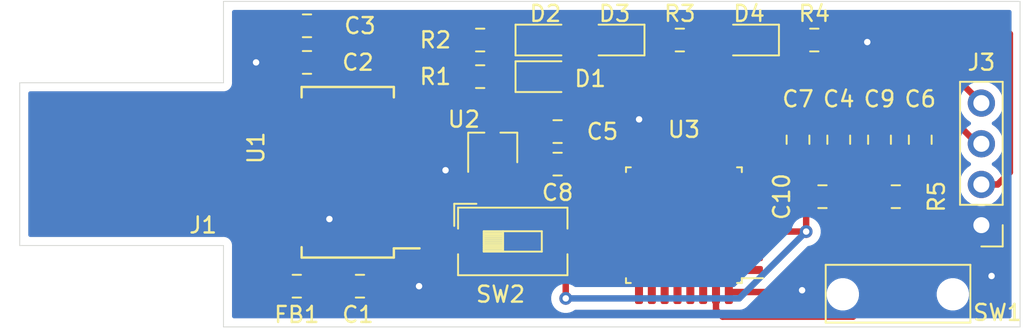
<source format=kicad_pcb>
(kicad_pcb (version 20171130) (host pcbnew 5.1.6-c6e7f7d~87~ubuntu18.04.1)

  (general
    (thickness 1.6)
    (drawings 8)
    (tracks 206)
    (zones 0)
    (modules 27)
    (nets 54)
  )

  (page A4)
  (layers
    (0 F.Cu signal)
    (31 B.Cu signal)
    (32 B.Adhes user)
    (33 F.Adhes user)
    (34 B.Paste user)
    (35 F.Paste user)
    (36 B.SilkS user)
    (37 F.SilkS user)
    (38 B.Mask user)
    (39 F.Mask user)
    (40 Dwgs.User user)
    (41 Cmts.User user)
    (42 Eco1.User user)
    (43 Eco2.User user)
    (44 Edge.Cuts user)
    (45 Margin user)
    (46 B.CrtYd user)
    (47 F.CrtYd user)
    (48 B.Fab user hide)
    (49 F.Fab user hide)
  )

  (setup
    (last_trace_width 0.25)
    (user_trace_width 0.4)
    (trace_clearance 0.2)
    (zone_clearance 0.508)
    (zone_45_only no)
    (trace_min 0.2)
    (via_size 0.8)
    (via_drill 0.4)
    (via_min_size 0.4)
    (via_min_drill 0.3)
    (user_via 2 1)
    (uvia_size 0.3)
    (uvia_drill 0.1)
    (uvias_allowed no)
    (uvia_min_size 0.2)
    (uvia_min_drill 0.1)
    (edge_width 0.05)
    (segment_width 0.2)
    (pcb_text_width 0.3)
    (pcb_text_size 1.5 1.5)
    (mod_edge_width 0.12)
    (mod_text_size 1 1)
    (mod_text_width 0.15)
    (pad_size 1.524 1.524)
    (pad_drill 0.762)
    (pad_to_mask_clearance 0.05)
    (aux_axis_origin 0 0)
    (visible_elements FFFFFF7F)
    (pcbplotparams
      (layerselection 0x010fc_ffffffff)
      (usegerberextensions false)
      (usegerberattributes true)
      (usegerberadvancedattributes true)
      (creategerberjobfile true)
      (excludeedgelayer true)
      (linewidth 0.100000)
      (plotframeref false)
      (viasonmask false)
      (mode 1)
      (useauxorigin false)
      (hpglpennumber 1)
      (hpglpenspeed 20)
      (hpglpendiameter 15.000000)
      (psnegative false)
      (psa4output false)
      (plotreference true)
      (plotvalue false)
      (plotinvisibletext false)
      (padsonsilk false)
      (subtractmaskfromsilk false)
      (outputformat 1)
      (mirror false)
      (drillshape 0)
      (scaleselection 1)
      (outputdirectory "../docs/gerber/"))
  )

  (net 0 "")
  (net 1 GNDS)
  (net 2 "Net-(C1-Pad1)")
  (net 3 +5V)
  (net 4 +3V3)
  (net 5 "Net-(D1-Pad1)")
  (net 6 "Net-(D2-Pad1)")
  (net 7 "Net-(D3-Pad1)")
  (net 8 "Net-(J1-Pad3)")
  (net 9 "Net-(J1-Pad2)")
  (net 10 /MCU/I2C_SDA)
  (net 11 /MCU/I2C_SCL)
  (net 12 /USB_TO_RS232/TXLED#)
  (net 13 /USB_TO_RS232/RXLED#)
  (net 14 /USB_TO_RS232/SLEEP#)
  (net 15 "Net-(U1-Pad28)")
  (net 16 "Net-(U1-Pad27)")
  (net 17 "Net-(U1-Pad19)")
  (net 18 "Net-(U1-Pad17)")
  (net 19 "Net-(U1-Pad14)")
  (net 20 "Net-(U1-Pad13)")
  (net 21 "Net-(U1-Pad11)")
  (net 22 "Net-(U1-Pad10)")
  (net 23 "Net-(U1-Pad9)")
  (net 24 "Net-(U1-Pad6)")
  (net 25 /MCU/USART_RX)
  (net 26 "Net-(U1-Pad3)")
  (net 27 "Net-(U1-Pad2)")
  (net 28 /MCU/USART_TX)
  (net 29 "Net-(U3-Pad30)")
  (net 30 "Net-(U3-Pad29)")
  (net 31 "Net-(U3-Pad28)")
  (net 32 "Net-(U3-Pad27)")
  (net 33 "Net-(U3-Pad26)")
  (net 34 "Net-(U3-Pad25)")
  (net 35 "Net-(U3-Pad22)")
  (net 36 "Net-(U3-Pad21)")
  (net 37 "Net-(U3-Pad18)")
  (net 38 "Net-(U3-Pad15)")
  (net 39 "Net-(U3-Pad14)")
  (net 40 "Net-(U3-Pad11)")
  (net 41 "Net-(U3-Pad10)")
  (net 42 "Net-(U3-Pad9)")
  (net 43 "Net-(U3-Pad8)")
  (net 44 "Net-(U3-Pad7)")
  (net 45 "Net-(U3-Pad6)")
  (net 46 "Net-(U3-Pad3)")
  (net 47 "Net-(U3-Pad2)")
  (net 48 "Net-(C10-Pad1)")
  (net 49 "Net-(D4-Pad1)")
  (net 50 "Net-(R5-Pad1)")
  (net 51 "Net-(SW1-Pad2)")
  (net 52 "Net-(U3-Pad24)")
  (net 53 "Net-(U3-Pad23)")

  (net_class Default "This is the default net class."
    (clearance 0.2)
    (trace_width 0.25)
    (via_dia 0.8)
    (via_drill 0.4)
    (uvia_dia 0.3)
    (uvia_drill 0.1)
    (add_net +3V3)
    (add_net +5V)
    (add_net /MCU/I2C_SCL)
    (add_net /MCU/I2C_SDA)
    (add_net /MCU/USART_RX)
    (add_net /MCU/USART_TX)
    (add_net /USB_TO_RS232/RXLED#)
    (add_net /USB_TO_RS232/SLEEP#)
    (add_net /USB_TO_RS232/TXLED#)
    (add_net GNDS)
    (add_net "Net-(C1-Pad1)")
    (add_net "Net-(C10-Pad1)")
    (add_net "Net-(D1-Pad1)")
    (add_net "Net-(D2-Pad1)")
    (add_net "Net-(D3-Pad1)")
    (add_net "Net-(D4-Pad1)")
    (add_net "Net-(J1-Pad2)")
    (add_net "Net-(J1-Pad3)")
    (add_net "Net-(R5-Pad1)")
    (add_net "Net-(SW1-Pad2)")
    (add_net "Net-(U1-Pad10)")
    (add_net "Net-(U1-Pad11)")
    (add_net "Net-(U1-Pad13)")
    (add_net "Net-(U1-Pad14)")
    (add_net "Net-(U1-Pad17)")
    (add_net "Net-(U1-Pad19)")
    (add_net "Net-(U1-Pad2)")
    (add_net "Net-(U1-Pad27)")
    (add_net "Net-(U1-Pad28)")
    (add_net "Net-(U1-Pad3)")
    (add_net "Net-(U1-Pad6)")
    (add_net "Net-(U1-Pad9)")
    (add_net "Net-(U3-Pad10)")
    (add_net "Net-(U3-Pad11)")
    (add_net "Net-(U3-Pad14)")
    (add_net "Net-(U3-Pad15)")
    (add_net "Net-(U3-Pad18)")
    (add_net "Net-(U3-Pad2)")
    (add_net "Net-(U3-Pad21)")
    (add_net "Net-(U3-Pad22)")
    (add_net "Net-(U3-Pad23)")
    (add_net "Net-(U3-Pad24)")
    (add_net "Net-(U3-Pad25)")
    (add_net "Net-(U3-Pad26)")
    (add_net "Net-(U3-Pad27)")
    (add_net "Net-(U3-Pad28)")
    (add_net "Net-(U3-Pad29)")
    (add_net "Net-(U3-Pad3)")
    (add_net "Net-(U3-Pad30)")
    (add_net "Net-(U3-Pad6)")
    (add_net "Net-(U3-Pad7)")
    (add_net "Net-(U3-Pad8)")
    (add_net "Net-(U3-Pad9)")
  )

  (module Resistor_SMD:R_0805_2012Metric_Pad1.15x1.40mm_HandSolder (layer F.Cu) (tedit 5B36C52B) (tstamp 5F6FD18E)
    (at 174.498 70.993)
    (descr "Resistor SMD 0805 (2012 Metric), square (rectangular) end terminal, IPC_7351 nominal with elongated pad for handsoldering. (Body size source: https://docs.google.com/spreadsheets/d/1BsfQQcO9C6DZCsRaXUlFlo91Tg2WpOkGARC1WS5S8t0/edit?usp=sharing), generated with kicad-footprint-generator")
    (tags "resistor handsolder")
    (path /5F6D964E/5F70C048)
    (attr smd)
    (fp_text reference R4 (at 0 -1.651) (layer F.SilkS)
      (effects (font (size 1 1) (thickness 0.15)))
    )
    (fp_text value 1K (at 0 1.65) (layer F.Fab)
      (effects (font (size 1 1) (thickness 0.15)))
    )
    (fp_line (start 1.85 0.95) (end -1.85 0.95) (layer F.CrtYd) (width 0.05))
    (fp_line (start 1.85 -0.95) (end 1.85 0.95) (layer F.CrtYd) (width 0.05))
    (fp_line (start -1.85 -0.95) (end 1.85 -0.95) (layer F.CrtYd) (width 0.05))
    (fp_line (start -1.85 0.95) (end -1.85 -0.95) (layer F.CrtYd) (width 0.05))
    (fp_line (start -0.261252 0.71) (end 0.261252 0.71) (layer F.SilkS) (width 0.12))
    (fp_line (start -0.261252 -0.71) (end 0.261252 -0.71) (layer F.SilkS) (width 0.12))
    (fp_line (start 1 0.6) (end -1 0.6) (layer F.Fab) (width 0.1))
    (fp_line (start 1 -0.6) (end 1 0.6) (layer F.Fab) (width 0.1))
    (fp_line (start -1 -0.6) (end 1 -0.6) (layer F.Fab) (width 0.1))
    (fp_line (start -1 0.6) (end -1 -0.6) (layer F.Fab) (width 0.1))
    (fp_text user %R (at 0 0) (layer F.Fab)
      (effects (font (size 0.5 0.5) (thickness 0.08)))
    )
    (pad 2 smd roundrect (at 1.025 0) (size 1.15 1.4) (layers F.Cu F.Paste F.Mask) (roundrect_rratio 0.217391)
      (net 1 GNDS))
    (pad 1 smd roundrect (at -1.025 0) (size 1.15 1.4) (layers F.Cu F.Paste F.Mask) (roundrect_rratio 0.217391)
      (net 49 "Net-(D4-Pad1)"))
    (model ${KISYS3DMOD}/Resistor_SMD.3dshapes/R_0805_2012Metric.wrl
      (at (xyz 0 0 0))
      (scale (xyz 1 1 1))
      (rotate (xyz 0 0 0))
    )
  )

  (module Resistor_SMD:R_0805_2012Metric_Pad1.15x1.40mm_HandSolder (layer F.Cu) (tedit 5B36C52B) (tstamp 5F68E2CD)
    (at 166.116 70.993)
    (descr "Resistor SMD 0805 (2012 Metric), square (rectangular) end terminal, IPC_7351 nominal with elongated pad for handsoldering. (Body size source: https://docs.google.com/spreadsheets/d/1BsfQQcO9C6DZCsRaXUlFlo91Tg2WpOkGARC1WS5S8t0/edit?usp=sharing), generated with kicad-footprint-generator")
    (tags "resistor handsolder")
    (path /5F6D964E/5F6E2C45)
    (attr smd)
    (fp_text reference R3 (at 0 -1.651) (layer F.SilkS)
      (effects (font (size 1 1) (thickness 0.15)))
    )
    (fp_text value 1K (at 0 1.65) (layer F.Fab)
      (effects (font (size 1 1) (thickness 0.15)))
    )
    (fp_line (start 1.85 0.95) (end -1.85 0.95) (layer F.CrtYd) (width 0.05))
    (fp_line (start 1.85 -0.95) (end 1.85 0.95) (layer F.CrtYd) (width 0.05))
    (fp_line (start -1.85 -0.95) (end 1.85 -0.95) (layer F.CrtYd) (width 0.05))
    (fp_line (start -1.85 0.95) (end -1.85 -0.95) (layer F.CrtYd) (width 0.05))
    (fp_line (start -0.261252 0.71) (end 0.261252 0.71) (layer F.SilkS) (width 0.12))
    (fp_line (start -0.261252 -0.71) (end 0.261252 -0.71) (layer F.SilkS) (width 0.12))
    (fp_line (start 1 0.6) (end -1 0.6) (layer F.Fab) (width 0.1))
    (fp_line (start 1 -0.6) (end 1 0.6) (layer F.Fab) (width 0.1))
    (fp_line (start -1 -0.6) (end 1 -0.6) (layer F.Fab) (width 0.1))
    (fp_line (start -1 0.6) (end -1 -0.6) (layer F.Fab) (width 0.1))
    (fp_text user %R (at 0 0) (layer F.Fab)
      (effects (font (size 0.5 0.5) (thickness 0.08)))
    )
    (pad 2 smd roundrect (at 1.025 0) (size 1.15 1.4) (layers F.Cu F.Paste F.Mask) (roundrect_rratio 0.217391)
      (net 14 /USB_TO_RS232/SLEEP#))
    (pad 1 smd roundrect (at -1.025 0) (size 1.15 1.4) (layers F.Cu F.Paste F.Mask) (roundrect_rratio 0.217391)
      (net 7 "Net-(D3-Pad1)"))
    (model ${KISYS3DMOD}/Resistor_SMD.3dshapes/R_0805_2012Metric.wrl
      (at (xyz 0 0 0))
      (scale (xyz 1 1 1))
      (rotate (xyz 0 0 0))
    )
  )

  (module Resistor_SMD:R_0805_2012Metric_Pad1.15x1.40mm_HandSolder (layer F.Cu) (tedit 5B36C52B) (tstamp 5F68E2BA)
    (at 153.67 70.993 180)
    (descr "Resistor SMD 0805 (2012 Metric), square (rectangular) end terminal, IPC_7351 nominal with elongated pad for handsoldering. (Body size source: https://docs.google.com/spreadsheets/d/1BsfQQcO9C6DZCsRaXUlFlo91Tg2WpOkGARC1WS5S8t0/edit?usp=sharing), generated with kicad-footprint-generator")
    (tags "resistor handsolder")
    (path /5F6D964E/5F6E2C2F)
    (attr smd)
    (fp_text reference R2 (at 2.794 0) (layer F.SilkS)
      (effects (font (size 1 1) (thickness 0.15)))
    )
    (fp_text value 1K (at 0 1.65) (layer F.Fab)
      (effects (font (size 1 1) (thickness 0.15)))
    )
    (fp_line (start 1.85 0.95) (end -1.85 0.95) (layer F.CrtYd) (width 0.05))
    (fp_line (start 1.85 -0.95) (end 1.85 0.95) (layer F.CrtYd) (width 0.05))
    (fp_line (start -1.85 -0.95) (end 1.85 -0.95) (layer F.CrtYd) (width 0.05))
    (fp_line (start -1.85 0.95) (end -1.85 -0.95) (layer F.CrtYd) (width 0.05))
    (fp_line (start -0.261252 0.71) (end 0.261252 0.71) (layer F.SilkS) (width 0.12))
    (fp_line (start -0.261252 -0.71) (end 0.261252 -0.71) (layer F.SilkS) (width 0.12))
    (fp_line (start 1 0.6) (end -1 0.6) (layer F.Fab) (width 0.1))
    (fp_line (start 1 -0.6) (end 1 0.6) (layer F.Fab) (width 0.1))
    (fp_line (start -1 -0.6) (end 1 -0.6) (layer F.Fab) (width 0.1))
    (fp_line (start -1 0.6) (end -1 -0.6) (layer F.Fab) (width 0.1))
    (fp_text user %R (at 0 0) (layer F.Fab)
      (effects (font (size 0.5 0.5) (thickness 0.08)))
    )
    (pad 2 smd roundrect (at 1.025 0 180) (size 1.15 1.4) (layers F.Cu F.Paste F.Mask) (roundrect_rratio 0.217391)
      (net 13 /USB_TO_RS232/RXLED#))
    (pad 1 smd roundrect (at -1.025 0 180) (size 1.15 1.4) (layers F.Cu F.Paste F.Mask) (roundrect_rratio 0.217391)
      (net 6 "Net-(D2-Pad1)"))
    (model ${KISYS3DMOD}/Resistor_SMD.3dshapes/R_0805_2012Metric.wrl
      (at (xyz 0 0 0))
      (scale (xyz 1 1 1))
      (rotate (xyz 0 0 0))
    )
  )

  (module Resistor_SMD:R_0805_2012Metric_Pad1.15x1.40mm_HandSolder (layer F.Cu) (tedit 5B36C52B) (tstamp 5F68E2A7)
    (at 153.67 73.279 180)
    (descr "Resistor SMD 0805 (2012 Metric), square (rectangular) end terminal, IPC_7351 nominal with elongated pad for handsoldering. (Body size source: https://docs.google.com/spreadsheets/d/1BsfQQcO9C6DZCsRaXUlFlo91Tg2WpOkGARC1WS5S8t0/edit?usp=sharing), generated with kicad-footprint-generator")
    (tags "resistor handsolder")
    (path /5F6D964E/5F6E2C19)
    (attr smd)
    (fp_text reference R1 (at 2.794 0) (layer F.SilkS)
      (effects (font (size 1 1) (thickness 0.15)))
    )
    (fp_text value 1K (at 0 1.65) (layer F.Fab)
      (effects (font (size 1 1) (thickness 0.15)))
    )
    (fp_line (start 1.85 0.95) (end -1.85 0.95) (layer F.CrtYd) (width 0.05))
    (fp_line (start 1.85 -0.95) (end 1.85 0.95) (layer F.CrtYd) (width 0.05))
    (fp_line (start -1.85 -0.95) (end 1.85 -0.95) (layer F.CrtYd) (width 0.05))
    (fp_line (start -1.85 0.95) (end -1.85 -0.95) (layer F.CrtYd) (width 0.05))
    (fp_line (start -0.261252 0.71) (end 0.261252 0.71) (layer F.SilkS) (width 0.12))
    (fp_line (start -0.261252 -0.71) (end 0.261252 -0.71) (layer F.SilkS) (width 0.12))
    (fp_line (start 1 0.6) (end -1 0.6) (layer F.Fab) (width 0.1))
    (fp_line (start 1 -0.6) (end 1 0.6) (layer F.Fab) (width 0.1))
    (fp_line (start -1 -0.6) (end 1 -0.6) (layer F.Fab) (width 0.1))
    (fp_line (start -1 0.6) (end -1 -0.6) (layer F.Fab) (width 0.1))
    (fp_text user %R (at 0 0) (layer F.Fab)
      (effects (font (size 0.5 0.5) (thickness 0.08)))
    )
    (pad 2 smd roundrect (at 1.025 0 180) (size 1.15 1.4) (layers F.Cu F.Paste F.Mask) (roundrect_rratio 0.217391)
      (net 12 /USB_TO_RS232/TXLED#))
    (pad 1 smd roundrect (at -1.025 0 180) (size 1.15 1.4) (layers F.Cu F.Paste F.Mask) (roundrect_rratio 0.217391)
      (net 5 "Net-(D1-Pad1)"))
    (model ${KISYS3DMOD}/Resistor_SMD.3dshapes/R_0805_2012Metric.wrl
      (at (xyz 0 0 0))
      (scale (xyz 1 1 1))
      (rotate (xyz 0 0 0))
    )
  )

  (module Connector_PinHeader_2.54mm:PinHeader_1x04_P2.54mm_Vertical locked (layer F.Cu) (tedit 59FED5CC) (tstamp 5F68E294)
    (at 184.912 82.55 180)
    (descr "Through hole straight pin header, 1x04, 2.54mm pitch, single row")
    (tags "Through hole pin header THT 1x04 2.54mm single row")
    (path /5F70E713/5F70EA35)
    (fp_text reference J3 (at 0 10.16) (layer F.SilkS)
      (effects (font (size 1 1) (thickness 0.15)))
    )
    (fp_text value Conn_01x04 (at 0 9.95) (layer F.Fab)
      (effects (font (size 1 1) (thickness 0.15)))
    )
    (fp_line (start -0.635 -1.27) (end 1.27 -1.27) (layer F.Fab) (width 0.1))
    (fp_line (start 1.27 -1.27) (end 1.27 8.89) (layer F.Fab) (width 0.1))
    (fp_line (start 1.27 8.89) (end -1.27 8.89) (layer F.Fab) (width 0.1))
    (fp_line (start -1.27 8.89) (end -1.27 -0.635) (layer F.Fab) (width 0.1))
    (fp_line (start -1.27 -0.635) (end -0.635 -1.27) (layer F.Fab) (width 0.1))
    (fp_line (start -1.33 8.95) (end 1.33 8.95) (layer F.SilkS) (width 0.12))
    (fp_line (start -1.33 1.27) (end -1.33 8.95) (layer F.SilkS) (width 0.12))
    (fp_line (start 1.33 1.27) (end 1.33 8.95) (layer F.SilkS) (width 0.12))
    (fp_line (start -1.33 1.27) (end 1.33 1.27) (layer F.SilkS) (width 0.12))
    (fp_line (start -1.33 0) (end -1.33 -1.33) (layer F.SilkS) (width 0.12))
    (fp_line (start -1.33 -1.33) (end 0 -1.33) (layer F.SilkS) (width 0.12))
    (fp_line (start -1.8 -1.8) (end -1.8 9.4) (layer F.CrtYd) (width 0.05))
    (fp_line (start -1.8 9.4) (end 1.8 9.4) (layer F.CrtYd) (width 0.05))
    (fp_line (start 1.8 9.4) (end 1.8 -1.8) (layer F.CrtYd) (width 0.05))
    (fp_line (start 1.8 -1.8) (end -1.8 -1.8) (layer F.CrtYd) (width 0.05))
    (fp_text user %R (at 0 3.81 90) (layer F.Fab)
      (effects (font (size 1 1) (thickness 0.15)))
    )
    (pad 4 thru_hole oval (at 0 7.62 180) (size 1.7 1.7) (drill 1) (layers *.Cu *.Mask)
      (net 10 /MCU/I2C_SDA))
    (pad 3 thru_hole oval (at 0 5.08 180) (size 1.7 1.7) (drill 1) (layers *.Cu *.Mask)
      (net 11 /MCU/I2C_SCL))
    (pad 2 thru_hole oval (at 0 2.54 180) (size 1.7 1.7) (drill 1) (layers *.Cu *.Mask)
      (net 3 +5V))
    (pad 1 thru_hole rect (at 0 0 180) (size 1.7 1.7) (drill 1) (layers *.Cu *.Mask)
      (net 1 GNDS))
    (model ${KISYS3DMOD}/Connector_PinSocket_2.54mm.3dshapes/PinSocket_1x04_P2.54mm_Vertical.step
      (at (xyz 0 0 0))
      (scale (xyz 1 1 1))
      (rotate (xyz 0 0 0))
    )
  )

  (module Button_Switch_SMD:SW_DIP_SPSTx01_Slide_6.7x4.1mm_W6.73mm_P2.54mm_LowProfile_JPin (layer F.Cu) (tedit 5A4E1404) (tstamp 5F70700A)
    (at 155.702 83.566)
    (descr "SMD 1x-dip-switch SPST , Slide, row spacing 6.73 mm (264 mils), body size 6.7x4.1mm (see e.g. https://www.ctscorp.com/wp-content/uploads/219.pdf), SMD, LowProfile, JPin")
    (tags "SMD DIP Switch SPST Slide 6.73mm 264mil SMD LowProfile JPin")
    (path /5F6E342E/5F75CB69)
    (attr smd)
    (fp_text reference SW2 (at -0.762 3.302) (layer F.SilkS)
      (effects (font (size 1 1) (thickness 0.15)))
    )
    (fp_text value SW_SPST (at 0 3.11) (layer F.Fab)
      (effects (font (size 1 1) (thickness 0.15)))
    )
    (fp_line (start 4.7 -2.4) (end -4.7 -2.4) (layer F.CrtYd) (width 0.05))
    (fp_line (start 4.7 2.4) (end 4.7 -2.4) (layer F.CrtYd) (width 0.05))
    (fp_line (start -4.7 2.4) (end 4.7 2.4) (layer F.CrtYd) (width 0.05))
    (fp_line (start -4.7 -2.4) (end -4.7 2.4) (layer F.CrtYd) (width 0.05))
    (fp_line (start -0.603333 -0.635) (end -0.603333 0.635) (layer F.SilkS) (width 0.12))
    (fp_line (start -1.81 0.565) (end -0.603333 0.565) (layer F.SilkS) (width 0.12))
    (fp_line (start -1.81 0.445) (end -0.603333 0.445) (layer F.SilkS) (width 0.12))
    (fp_line (start -1.81 0.325) (end -0.603333 0.325) (layer F.SilkS) (width 0.12))
    (fp_line (start -1.81 0.205) (end -0.603333 0.205) (layer F.SilkS) (width 0.12))
    (fp_line (start -1.81 0.085) (end -0.603333 0.085) (layer F.SilkS) (width 0.12))
    (fp_line (start -1.81 -0.035) (end -0.603333 -0.035) (layer F.SilkS) (width 0.12))
    (fp_line (start -1.81 -0.155) (end -0.603333 -0.155) (layer F.SilkS) (width 0.12))
    (fp_line (start -1.81 -0.275) (end -0.603333 -0.275) (layer F.SilkS) (width 0.12))
    (fp_line (start -1.81 -0.395) (end -0.603333 -0.395) (layer F.SilkS) (width 0.12))
    (fp_line (start -1.81 -0.515) (end -0.603333 -0.515) (layer F.SilkS) (width 0.12))
    (fp_line (start 1.81 -0.635) (end -1.81 -0.635) (layer F.SilkS) (width 0.12))
    (fp_line (start 1.81 0.635) (end 1.81 -0.635) (layer F.SilkS) (width 0.12))
    (fp_line (start -1.81 0.635) (end 1.81 0.635) (layer F.SilkS) (width 0.12))
    (fp_line (start -1.81 -0.635) (end -1.81 0.635) (layer F.SilkS) (width 0.12))
    (fp_line (start -3.65 -2.35) (end -3.65 -0.967) (layer F.SilkS) (width 0.12))
    (fp_line (start -3.65 -2.35) (end -2.267 -2.35) (layer F.SilkS) (width 0.12))
    (fp_line (start 3.41 0.8) (end 3.41 2.11) (layer F.SilkS) (width 0.12))
    (fp_line (start 3.41 -2.11) (end 3.41 -0.8) (layer F.SilkS) (width 0.12))
    (fp_line (start -3.41 0.8) (end -3.41 2.11) (layer F.SilkS) (width 0.12))
    (fp_line (start -3.41 -2.11) (end -3.41 -0.8) (layer F.SilkS) (width 0.12))
    (fp_line (start -3.41 2.11) (end 3.41 2.11) (layer F.SilkS) (width 0.12))
    (fp_line (start -3.41 -2.11) (end 3.41 -2.11) (layer F.SilkS) (width 0.12))
    (fp_line (start -0.603333 -0.635) (end -0.603333 0.635) (layer F.Fab) (width 0.1))
    (fp_line (start -1.81 0.565) (end -0.603333 0.565) (layer F.Fab) (width 0.1))
    (fp_line (start -1.81 0.465) (end -0.603333 0.465) (layer F.Fab) (width 0.1))
    (fp_line (start -1.81 0.365) (end -0.603333 0.365) (layer F.Fab) (width 0.1))
    (fp_line (start -1.81 0.265) (end -0.603333 0.265) (layer F.Fab) (width 0.1))
    (fp_line (start -1.81 0.165) (end -0.603333 0.165) (layer F.Fab) (width 0.1))
    (fp_line (start -1.81 0.065) (end -0.603333 0.065) (layer F.Fab) (width 0.1))
    (fp_line (start -1.81 -0.035) (end -0.603333 -0.035) (layer F.Fab) (width 0.1))
    (fp_line (start -1.81 -0.135) (end -0.603333 -0.135) (layer F.Fab) (width 0.1))
    (fp_line (start -1.81 -0.235) (end -0.603333 -0.235) (layer F.Fab) (width 0.1))
    (fp_line (start -1.81 -0.335) (end -0.603333 -0.335) (layer F.Fab) (width 0.1))
    (fp_line (start -1.81 -0.435) (end -0.603333 -0.435) (layer F.Fab) (width 0.1))
    (fp_line (start -1.81 -0.535) (end -0.603333 -0.535) (layer F.Fab) (width 0.1))
    (fp_line (start 1.81 -0.635) (end -1.81 -0.635) (layer F.Fab) (width 0.1))
    (fp_line (start 1.81 0.635) (end 1.81 -0.635) (layer F.Fab) (width 0.1))
    (fp_line (start -1.81 0.635) (end 1.81 0.635) (layer F.Fab) (width 0.1))
    (fp_line (start -1.81 -0.635) (end -1.81 0.635) (layer F.Fab) (width 0.1))
    (fp_line (start -3.35 -1.05) (end -2.35 -2.05) (layer F.Fab) (width 0.1))
    (fp_line (start -3.35 2.05) (end -3.35 -1.05) (layer F.Fab) (width 0.1))
    (fp_line (start 3.35 2.05) (end -3.35 2.05) (layer F.Fab) (width 0.1))
    (fp_line (start 3.35 -2.05) (end 3.35 2.05) (layer F.Fab) (width 0.1))
    (fp_line (start -2.35 -2.05) (end 3.35 -2.05) (layer F.Fab) (width 0.1))
    (fp_text user on (at 0.8975 -1.3425) (layer F.Fab)
      (effects (font (size 0.6 0.6) (thickness 0.09)))
    )
    (fp_text user %R (at 2.58 0 90) (layer F.Fab)
      (effects (font (size 0.6 0.6) (thickness 0.09)))
    )
    (pad 2 smd rect (at 3.365 0) (size 2.16 1.12) (layers F.Cu F.Paste F.Mask)
      (net 48 "Net-(C10-Pad1)"))
    (pad 1 smd rect (at -3.365 0) (size 2.16 1.12) (layers F.Cu F.Paste F.Mask)
      (net 1 GNDS))
    (model ${KISYS3DMOD}/Button_Switch_SMD.3dshapes/SW_DIP_SPSTx01_Slide_6.7x4.1mm_W6.73mm_P2.54mm_LowProfile_JPin.wrl
      (at (xyz 0 0 0))
      (scale (xyz 1 1 1))
      (rotate (xyz 0 0 90))
    )
  )

  (module JS_Series_Sub-Miniature_Slide_Switches:JS102011SAQN (layer F.Cu) (tedit 5F2DCED3) (tstamp 5F6FD1B0)
    (at 179.705 85.344)
    (path /5F6E342E/5F74738C)
    (fp_text reference SW1 (at 6.223 2.667 180) (layer F.SilkS)
      (effects (font (size 1 1) (thickness 0.15)))
    )
    (fp_text value SW_SPDT (at 0 4.3815) (layer F.Fab)
      (effects (font (size 1 1) (thickness 0.15)))
    )
    (fp_line (start -4.4958 -0.3175) (end 4.5212 -0.3175) (layer F.SilkS) (width 0.12))
    (fp_line (start 4.5212 -0.3175) (end 4.5212 3.2893) (layer F.SilkS) (width 0.12))
    (fp_line (start 4.5212 3.2893) (end -4.4958 3.2893) (layer F.SilkS) (width 0.12))
    (fp_line (start -4.4958 3.2893) (end -4.4958 -0.3175) (layer F.SilkS) (width 0.12))
    (fp_line (start -4.5974 -0.3937) (end -4.5974 3.3909) (layer F.CrtYd) (width 0.12))
    (fp_line (start -4.5974 3.3909) (end 4.6228 3.3909) (layer F.CrtYd) (width 0.12))
    (fp_line (start 4.6228 3.3909) (end 4.6228 -0.4191) (layer F.CrtYd) (width 0.12))
    (fp_line (start 4.6228 -0.4191) (end -4.5974 -0.4191) (layer F.CrtYd) (width 0.12))
    (pad 3 smd rect (at 2.54 -1.3208) (size 1.2 2.5) (layers F.Cu F.Paste F.Mask)
      (net 4 +3V3))
    (pad 2 smd rect (at 0 -1.3208) (size 1.2 2.5) (layers F.Cu F.Paste F.Mask)
      (net 51 "Net-(SW1-Pad2)"))
    (pad "" np_thru_hole circle (at 3.429 1.524) (size 1 1) (drill 1) (layers *.Cu *.Mask))
    (pad "" np_thru_hole circle (at -3.429 1.524) (size 1 1) (drill 1) (layers *.Cu *.Mask))
    (pad 1 smd rect (at -2.54 -1.3208) (size 1.2 2.5) (layers F.Cu F.Paste F.Mask)
      (net 50 "Net-(R5-Pad1)"))
    (model ${KIPRJMOD}/3D/JS102011SAQN.stp
      (offset (xyz 0 -1.5 0))
      (scale (xyz 1 1 1))
      (rotate (xyz -90 0 0))
    )
  )

  (module Resistor_SMD:R_0805_2012Metric_Pad1.15x1.40mm_HandSolder (layer F.Cu) (tedit 5B36C52B) (tstamp 5F6FD19F)
    (at 179.578 80.772 180)
    (descr "Resistor SMD 0805 (2012 Metric), square (rectangular) end terminal, IPC_7351 nominal with elongated pad for handsoldering. (Body size source: https://docs.google.com/spreadsheets/d/1BsfQQcO9C6DZCsRaXUlFlo91Tg2WpOkGARC1WS5S8t0/edit?usp=sharing), generated with kicad-footprint-generator")
    (tags "resistor handsolder")
    (path /5F6E342E/5F7572A3)
    (attr smd)
    (fp_text reference R5 (at -2.54 0 270) (layer F.SilkS)
      (effects (font (size 1 1) (thickness 0.15)))
    )
    (fp_text value 10K (at 0 1.65) (layer F.Fab)
      (effects (font (size 1 1) (thickness 0.15)))
    )
    (fp_line (start 1.85 0.95) (end -1.85 0.95) (layer F.CrtYd) (width 0.05))
    (fp_line (start 1.85 -0.95) (end 1.85 0.95) (layer F.CrtYd) (width 0.05))
    (fp_line (start -1.85 -0.95) (end 1.85 -0.95) (layer F.CrtYd) (width 0.05))
    (fp_line (start -1.85 0.95) (end -1.85 -0.95) (layer F.CrtYd) (width 0.05))
    (fp_line (start -0.261252 0.71) (end 0.261252 0.71) (layer F.SilkS) (width 0.12))
    (fp_line (start -0.261252 -0.71) (end 0.261252 -0.71) (layer F.SilkS) (width 0.12))
    (fp_line (start 1 0.6) (end -1 0.6) (layer F.Fab) (width 0.1))
    (fp_line (start 1 -0.6) (end 1 0.6) (layer F.Fab) (width 0.1))
    (fp_line (start -1 -0.6) (end 1 -0.6) (layer F.Fab) (width 0.1))
    (fp_line (start -1 0.6) (end -1 -0.6) (layer F.Fab) (width 0.1))
    (fp_text user %R (at 0 0) (layer F.Fab)
      (effects (font (size 0.5 0.5) (thickness 0.08)))
    )
    (pad 2 smd roundrect (at 1.025 0 180) (size 1.15 1.4) (layers F.Cu F.Paste F.Mask) (roundrect_rratio 0.217391)
      (net 1 GNDS))
    (pad 1 smd roundrect (at -1.025 0 180) (size 1.15 1.4) (layers F.Cu F.Paste F.Mask) (roundrect_rratio 0.217391)
      (net 50 "Net-(R5-Pad1)"))
    (model ${KISYS3DMOD}/Resistor_SMD.3dshapes/R_0805_2012Metric.wrl
      (at (xyz 0 0 0))
      (scale (xyz 1 1 1))
      (rotate (xyz 0 0 0))
    )
  )

  (module LED_SMD:LED_0805_2012Metric_Pad1.15x1.40mm_HandSolder (layer F.Cu) (tedit 5B4B45C9) (tstamp 5F6FD0DD)
    (at 170.434 70.993 180)
    (descr "LED SMD 0805 (2012 Metric), square (rectangular) end terminal, IPC_7351 nominal, (Body size source: https://docs.google.com/spreadsheets/d/1BsfQQcO9C6DZCsRaXUlFlo91Tg2WpOkGARC1WS5S8t0/edit?usp=sharing), generated with kicad-footprint-generator")
    (tags "LED handsolder")
    (path /5F6D964E/5F70C042)
    (attr smd)
    (fp_text reference D4 (at 0 1.651) (layer F.SilkS)
      (effects (font (size 1 1) (thickness 0.15)))
    )
    (fp_text value PWRLED (at 0 1.65) (layer F.Fab)
      (effects (font (size 1 1) (thickness 0.15)))
    )
    (fp_line (start 1.85 0.95) (end -1.85 0.95) (layer F.CrtYd) (width 0.05))
    (fp_line (start 1.85 -0.95) (end 1.85 0.95) (layer F.CrtYd) (width 0.05))
    (fp_line (start -1.85 -0.95) (end 1.85 -0.95) (layer F.CrtYd) (width 0.05))
    (fp_line (start -1.85 0.95) (end -1.85 -0.95) (layer F.CrtYd) (width 0.05))
    (fp_line (start -1.86 0.96) (end 1 0.96) (layer F.SilkS) (width 0.12))
    (fp_line (start -1.86 -0.96) (end -1.86 0.96) (layer F.SilkS) (width 0.12))
    (fp_line (start 1 -0.96) (end -1.86 -0.96) (layer F.SilkS) (width 0.12))
    (fp_line (start 1 0.6) (end 1 -0.6) (layer F.Fab) (width 0.1))
    (fp_line (start -1 0.6) (end 1 0.6) (layer F.Fab) (width 0.1))
    (fp_line (start -1 -0.3) (end -1 0.6) (layer F.Fab) (width 0.1))
    (fp_line (start -0.7 -0.6) (end -1 -0.3) (layer F.Fab) (width 0.1))
    (fp_line (start 1 -0.6) (end -0.7 -0.6) (layer F.Fab) (width 0.1))
    (fp_text user %R (at 0 0) (layer F.Fab)
      (effects (font (size 0.5 0.5) (thickness 0.08)))
    )
    (pad 2 smd roundrect (at 1.025 0 180) (size 1.15 1.4) (layers F.Cu F.Paste F.Mask) (roundrect_rratio 0.217391)
      (net 3 +5V))
    (pad 1 smd roundrect (at -1.025 0 180) (size 1.15 1.4) (layers F.Cu F.Paste F.Mask) (roundrect_rratio 0.217391)
      (net 49 "Net-(D4-Pad1)"))
    (model ${KISYS3DMOD}/LED_SMD.3dshapes/LED_0805_2012Metric.wrl
      (at (xyz 0 0 0))
      (scale (xyz 1 1 1))
      (rotate (xyz 0 0 0))
    )
  )

  (module Capacitor_SMD:C_0805_2012Metric_Pad1.15x1.40mm_HandSolder (layer F.Cu) (tedit 5B36C52B) (tstamp 5F6FD094)
    (at 175.006 80.772)
    (descr "Capacitor SMD 0805 (2012 Metric), square (rectangular) end terminal, IPC_7351 nominal with elongated pad for handsoldering. (Body size source: https://docs.google.com/spreadsheets/d/1BsfQQcO9C6DZCsRaXUlFlo91Tg2WpOkGARC1WS5S8t0/edit?usp=sharing), generated with kicad-footprint-generator")
    (tags "capacitor handsolder")
    (path /5F6E342E/5F77C11A)
    (attr smd)
    (fp_text reference C10 (at -2.54 0 90) (layer F.SilkS)
      (effects (font (size 1 1) (thickness 0.15)))
    )
    (fp_text value 100nF (at 0 1.65) (layer F.Fab)
      (effects (font (size 1 1) (thickness 0.15)))
    )
    (fp_line (start 1.85 0.95) (end -1.85 0.95) (layer F.CrtYd) (width 0.05))
    (fp_line (start 1.85 -0.95) (end 1.85 0.95) (layer F.CrtYd) (width 0.05))
    (fp_line (start -1.85 -0.95) (end 1.85 -0.95) (layer F.CrtYd) (width 0.05))
    (fp_line (start -1.85 0.95) (end -1.85 -0.95) (layer F.CrtYd) (width 0.05))
    (fp_line (start -0.261252 0.71) (end 0.261252 0.71) (layer F.SilkS) (width 0.12))
    (fp_line (start -0.261252 -0.71) (end 0.261252 -0.71) (layer F.SilkS) (width 0.12))
    (fp_line (start 1 0.6) (end -1 0.6) (layer F.Fab) (width 0.1))
    (fp_line (start 1 -0.6) (end 1 0.6) (layer F.Fab) (width 0.1))
    (fp_line (start -1 -0.6) (end 1 -0.6) (layer F.Fab) (width 0.1))
    (fp_line (start -1 0.6) (end -1 -0.6) (layer F.Fab) (width 0.1))
    (fp_text user %R (at 0 0) (layer F.Fab)
      (effects (font (size 0.5 0.5) (thickness 0.08)))
    )
    (pad 2 smd roundrect (at 1.025 0) (size 1.15 1.4) (layers F.Cu F.Paste F.Mask) (roundrect_rratio 0.217391)
      (net 1 GNDS))
    (pad 1 smd roundrect (at -1.025 0) (size 1.15 1.4) (layers F.Cu F.Paste F.Mask) (roundrect_rratio 0.217391)
      (net 48 "Net-(C10-Pad1)"))
    (model ${KISYS3DMOD}/Capacitor_SMD.3dshapes/C_0805_2012Metric.wrl
      (at (xyz 0 0 0))
      (scale (xyz 1 1 1))
      (rotate (xyz 0 0 0))
    )
  )

  (module Package_QFP:LQFP-32_7x7mm_P0.8mm (layer F.Cu) (tedit 5D9F72AF) (tstamp 5F68E35E)
    (at 166.37 82.55 180)
    (descr "LQFP, 32 Pin (https://www.nxp.com/docs/en/package-information/SOT358-1.pdf), generated with kicad-footprint-generator ipc_gullwing_generator.py")
    (tags "LQFP QFP")
    (path /5F6E342E/5F6E45CF)
    (attr smd)
    (fp_text reference U3 (at 0 5.969) (layer F.SilkS)
      (effects (font (size 1 1) (thickness 0.15)))
    )
    (fp_text value STM32F051K4Tx (at 0 5.88) (layer F.Fab)
      (effects (font (size 1 1) (thickness 0.15)))
    )
    (fp_line (start 3.31 3.61) (end 3.61 3.61) (layer F.SilkS) (width 0.12))
    (fp_line (start 3.61 3.61) (end 3.61 3.31) (layer F.SilkS) (width 0.12))
    (fp_line (start -3.31 3.61) (end -3.61 3.61) (layer F.SilkS) (width 0.12))
    (fp_line (start -3.61 3.61) (end -3.61 3.31) (layer F.SilkS) (width 0.12))
    (fp_line (start 3.31 -3.61) (end 3.61 -3.61) (layer F.SilkS) (width 0.12))
    (fp_line (start 3.61 -3.61) (end 3.61 -3.31) (layer F.SilkS) (width 0.12))
    (fp_line (start -3.31 -3.61) (end -3.61 -3.61) (layer F.SilkS) (width 0.12))
    (fp_line (start -3.61 -3.61) (end -3.61 -3.31) (layer F.SilkS) (width 0.12))
    (fp_line (start -3.61 -3.31) (end -4.925 -3.31) (layer F.SilkS) (width 0.12))
    (fp_line (start -2.5 -3.5) (end 3.5 -3.5) (layer F.Fab) (width 0.1))
    (fp_line (start 3.5 -3.5) (end 3.5 3.5) (layer F.Fab) (width 0.1))
    (fp_line (start 3.5 3.5) (end -3.5 3.5) (layer F.Fab) (width 0.1))
    (fp_line (start -3.5 3.5) (end -3.5 -2.5) (layer F.Fab) (width 0.1))
    (fp_line (start -3.5 -2.5) (end -2.5 -3.5) (layer F.Fab) (width 0.1))
    (fp_line (start 0 -5.18) (end -3.3 -5.18) (layer F.CrtYd) (width 0.05))
    (fp_line (start -3.3 -5.18) (end -3.3 -3.75) (layer F.CrtYd) (width 0.05))
    (fp_line (start -3.3 -3.75) (end -3.75 -3.75) (layer F.CrtYd) (width 0.05))
    (fp_line (start -3.75 -3.75) (end -3.75 -3.3) (layer F.CrtYd) (width 0.05))
    (fp_line (start -3.75 -3.3) (end -5.18 -3.3) (layer F.CrtYd) (width 0.05))
    (fp_line (start -5.18 -3.3) (end -5.18 0) (layer F.CrtYd) (width 0.05))
    (fp_line (start 0 -5.18) (end 3.3 -5.18) (layer F.CrtYd) (width 0.05))
    (fp_line (start 3.3 -5.18) (end 3.3 -3.75) (layer F.CrtYd) (width 0.05))
    (fp_line (start 3.3 -3.75) (end 3.75 -3.75) (layer F.CrtYd) (width 0.05))
    (fp_line (start 3.75 -3.75) (end 3.75 -3.3) (layer F.CrtYd) (width 0.05))
    (fp_line (start 3.75 -3.3) (end 5.18 -3.3) (layer F.CrtYd) (width 0.05))
    (fp_line (start 5.18 -3.3) (end 5.18 0) (layer F.CrtYd) (width 0.05))
    (fp_line (start 0 5.18) (end -3.3 5.18) (layer F.CrtYd) (width 0.05))
    (fp_line (start -3.3 5.18) (end -3.3 3.75) (layer F.CrtYd) (width 0.05))
    (fp_line (start -3.3 3.75) (end -3.75 3.75) (layer F.CrtYd) (width 0.05))
    (fp_line (start -3.75 3.75) (end -3.75 3.3) (layer F.CrtYd) (width 0.05))
    (fp_line (start -3.75 3.3) (end -5.18 3.3) (layer F.CrtYd) (width 0.05))
    (fp_line (start -5.18 3.3) (end -5.18 0) (layer F.CrtYd) (width 0.05))
    (fp_line (start 0 5.18) (end 3.3 5.18) (layer F.CrtYd) (width 0.05))
    (fp_line (start 3.3 5.18) (end 3.3 3.75) (layer F.CrtYd) (width 0.05))
    (fp_line (start 3.3 3.75) (end 3.75 3.75) (layer F.CrtYd) (width 0.05))
    (fp_line (start 3.75 3.75) (end 3.75 3.3) (layer F.CrtYd) (width 0.05))
    (fp_line (start 3.75 3.3) (end 5.18 3.3) (layer F.CrtYd) (width 0.05))
    (fp_line (start 5.18 3.3) (end 5.18 0) (layer F.CrtYd) (width 0.05))
    (fp_text user %R (at 0 0) (layer F.Fab)
      (effects (font (size 1 1) (thickness 0.15)))
    )
    (pad 32 smd roundrect (at -2.8 -4.175 180) (size 0.5 1.5) (layers F.Cu F.Paste F.Mask) (roundrect_rratio 0.25)
      (net 1 GNDS))
    (pad 31 smd roundrect (at -2 -4.175 180) (size 0.5 1.5) (layers F.Cu F.Paste F.Mask) (roundrect_rratio 0.25)
      (net 51 "Net-(SW1-Pad2)"))
    (pad 30 smd roundrect (at -1.2 -4.175 180) (size 0.5 1.5) (layers F.Cu F.Paste F.Mask) (roundrect_rratio 0.25)
      (net 29 "Net-(U3-Pad30)"))
    (pad 29 smd roundrect (at -0.4 -4.175 180) (size 0.5 1.5) (layers F.Cu F.Paste F.Mask) (roundrect_rratio 0.25)
      (net 30 "Net-(U3-Pad29)"))
    (pad 28 smd roundrect (at 0.4 -4.175 180) (size 0.5 1.5) (layers F.Cu F.Paste F.Mask) (roundrect_rratio 0.25)
      (net 31 "Net-(U3-Pad28)"))
    (pad 27 smd roundrect (at 1.2 -4.175 180) (size 0.5 1.5) (layers F.Cu F.Paste F.Mask) (roundrect_rratio 0.25)
      (net 32 "Net-(U3-Pad27)"))
    (pad 26 smd roundrect (at 2 -4.175 180) (size 0.5 1.5) (layers F.Cu F.Paste F.Mask) (roundrect_rratio 0.25)
      (net 33 "Net-(U3-Pad26)"))
    (pad 25 smd roundrect (at 2.8 -4.175 180) (size 0.5 1.5) (layers F.Cu F.Paste F.Mask) (roundrect_rratio 0.25)
      (net 34 "Net-(U3-Pad25)"))
    (pad 24 smd roundrect (at 4.175 -2.8 180) (size 1.5 0.5) (layers F.Cu F.Paste F.Mask) (roundrect_rratio 0.25)
      (net 52 "Net-(U3-Pad24)"))
    (pad 23 smd roundrect (at 4.175 -2 180) (size 1.5 0.5) (layers F.Cu F.Paste F.Mask) (roundrect_rratio 0.25)
      (net 53 "Net-(U3-Pad23)"))
    (pad 22 smd roundrect (at 4.175 -1.2 180) (size 1.5 0.5) (layers F.Cu F.Paste F.Mask) (roundrect_rratio 0.25)
      (net 35 "Net-(U3-Pad22)"))
    (pad 21 smd roundrect (at 4.175 -0.4 180) (size 1.5 0.5) (layers F.Cu F.Paste F.Mask) (roundrect_rratio 0.25)
      (net 36 "Net-(U3-Pad21)"))
    (pad 20 smd roundrect (at 4.175 0.4 180) (size 1.5 0.5) (layers F.Cu F.Paste F.Mask) (roundrect_rratio 0.25)
      (net 25 /MCU/USART_RX))
    (pad 19 smd roundrect (at 4.175 1.2 180) (size 1.5 0.5) (layers F.Cu F.Paste F.Mask) (roundrect_rratio 0.25)
      (net 28 /MCU/USART_TX))
    (pad 18 smd roundrect (at 4.175 2 180) (size 1.5 0.5) (layers F.Cu F.Paste F.Mask) (roundrect_rratio 0.25)
      (net 37 "Net-(U3-Pad18)"))
    (pad 17 smd roundrect (at 4.175 2.8 180) (size 1.5 0.5) (layers F.Cu F.Paste F.Mask) (roundrect_rratio 0.25)
      (net 4 +3V3))
    (pad 16 smd roundrect (at 2.8 4.175 180) (size 0.5 1.5) (layers F.Cu F.Paste F.Mask) (roundrect_rratio 0.25)
      (net 1 GNDS))
    (pad 15 smd roundrect (at 2 4.175 180) (size 0.5 1.5) (layers F.Cu F.Paste F.Mask) (roundrect_rratio 0.25)
      (net 38 "Net-(U3-Pad15)"))
    (pad 14 smd roundrect (at 1.2 4.175 180) (size 0.5 1.5) (layers F.Cu F.Paste F.Mask) (roundrect_rratio 0.25)
      (net 39 "Net-(U3-Pad14)"))
    (pad 13 smd roundrect (at 0.4 4.175 180) (size 0.5 1.5) (layers F.Cu F.Paste F.Mask) (roundrect_rratio 0.25)
      (net 10 /MCU/I2C_SDA))
    (pad 12 smd roundrect (at -0.4 4.175 180) (size 0.5 1.5) (layers F.Cu F.Paste F.Mask) (roundrect_rratio 0.25)
      (net 11 /MCU/I2C_SCL))
    (pad 11 smd roundrect (at -1.2 4.175 180) (size 0.5 1.5) (layers F.Cu F.Paste F.Mask) (roundrect_rratio 0.25)
      (net 40 "Net-(U3-Pad11)"))
    (pad 10 smd roundrect (at -2 4.175 180) (size 0.5 1.5) (layers F.Cu F.Paste F.Mask) (roundrect_rratio 0.25)
      (net 41 "Net-(U3-Pad10)"))
    (pad 9 smd roundrect (at -2.8 4.175 180) (size 0.5 1.5) (layers F.Cu F.Paste F.Mask) (roundrect_rratio 0.25)
      (net 42 "Net-(U3-Pad9)"))
    (pad 8 smd roundrect (at -4.175 2.8 180) (size 1.5 0.5) (layers F.Cu F.Paste F.Mask) (roundrect_rratio 0.25)
      (net 43 "Net-(U3-Pad8)"))
    (pad 7 smd roundrect (at -4.175 2 180) (size 1.5 0.5) (layers F.Cu F.Paste F.Mask) (roundrect_rratio 0.25)
      (net 44 "Net-(U3-Pad7)"))
    (pad 6 smd roundrect (at -4.175 1.2 180) (size 1.5 0.5) (layers F.Cu F.Paste F.Mask) (roundrect_rratio 0.25)
      (net 45 "Net-(U3-Pad6)"))
    (pad 5 smd roundrect (at -4.175 0.4 180) (size 1.5 0.5) (layers F.Cu F.Paste F.Mask) (roundrect_rratio 0.25)
      (net 4 +3V3))
    (pad 4 smd roundrect (at -4.175 -0.4 180) (size 1.5 0.5) (layers F.Cu F.Paste F.Mask) (roundrect_rratio 0.25)
      (net 48 "Net-(C10-Pad1)"))
    (pad 3 smd roundrect (at -4.175 -1.2 180) (size 1.5 0.5) (layers F.Cu F.Paste F.Mask) (roundrect_rratio 0.25)
      (net 46 "Net-(U3-Pad3)"))
    (pad 2 smd roundrect (at -4.175 -2 180) (size 1.5 0.5) (layers F.Cu F.Paste F.Mask) (roundrect_rratio 0.25)
      (net 47 "Net-(U3-Pad2)"))
    (pad 1 smd roundrect (at -4.175 -2.8 180) (size 1.5 0.5) (layers F.Cu F.Paste F.Mask) (roundrect_rratio 0.25)
      (net 4 +3V3))
    (model ${KISYS3DMOD}/Package_QFP.3dshapes/LQFP-32_7x7mm_P0.8mm.wrl
      (at (xyz 0 0 0))
      (scale (xyz 1 1 1))
      (rotate (xyz 0 0 0))
    )
  )

  (module Package_TO_SOT_SMD:TSOT-23 (layer F.Cu) (tedit 5A02FF57) (tstamp 5F711A7C)
    (at 154.432 77.724 90)
    (descr "3-pin TSOT23 package, http://www.analog.com.tw/pdf/All_In_One.pdf")
    (tags TSOT-23)
    (path /5F6E342E/5F6F3B1A)
    (attr smd)
    (fp_text reference U2 (at 1.778 -1.778) (layer F.SilkS)
      (effects (font (size 1 1) (thickness 0.15)))
    )
    (fp_text value SE8233X2 (at 0 2.5 90) (layer F.Fab)
      (effects (font (size 1 1) (thickness 0.15)))
    )
    (fp_line (start 0.95 0.5) (end 0.95 1.55) (layer F.SilkS) (width 0.12))
    (fp_line (start 0.95 1.55) (end -0.9 1.55) (layer F.SilkS) (width 0.12))
    (fp_line (start 0.95 -1.5) (end 0.95 -0.5) (layer F.SilkS) (width 0.12))
    (fp_line (start 0.93 -1.51) (end -1.5 -1.51) (layer F.SilkS) (width 0.12))
    (fp_line (start -0.88 -1) (end -0.43 -1.45) (layer F.Fab) (width 0.1))
    (fp_line (start 0.88 -1.45) (end -0.43 -1.45) (layer F.Fab) (width 0.1))
    (fp_line (start -0.88 -1) (end -0.88 1.45) (layer F.Fab) (width 0.1))
    (fp_line (start 0.88 1.45) (end -0.88 1.45) (layer F.Fab) (width 0.1))
    (fp_line (start 0.88 -1.45) (end 0.88 1.45) (layer F.Fab) (width 0.1))
    (fp_line (start -2.17 -1.7) (end 2.17 -1.7) (layer F.CrtYd) (width 0.05))
    (fp_line (start -2.17 -1.7) (end -2.17 1.7) (layer F.CrtYd) (width 0.05))
    (fp_line (start 2.17 1.7) (end 2.17 -1.7) (layer F.CrtYd) (width 0.05))
    (fp_line (start 2.17 1.7) (end -2.17 1.7) (layer F.CrtYd) (width 0.05))
    (fp_text user %R (at 0 0) (layer F.Fab)
      (effects (font (size 0.5 0.5) (thickness 0.075)))
    )
    (pad 3 smd rect (at 1.31 0 90) (size 1.22 0.65) (layers F.Cu F.Paste F.Mask)
      (net 3 +5V))
    (pad 2 smd rect (at -1.31 0.95 90) (size 1.22 0.65) (layers F.Cu F.Paste F.Mask)
      (net 4 +3V3))
    (pad 1 smd rect (at -1.31 -0.95 90) (size 1.22 0.65) (layers F.Cu F.Paste F.Mask)
      (net 1 GNDS))
    (model ${KISYS3DMOD}/Package_TO_SOT_SMD.3dshapes/TSOT-23.wrl
      (at (xyz 0 0 0))
      (scale (xyz 1 1 1))
      (rotate (xyz 0 0 0))
    )
  )

  (module Package_SO:SSOP-28_5.3x10.2mm_P0.65mm (layer F.Cu) (tedit 5A02F25C) (tstamp 5F68E2FE)
    (at 145.415 79.248 180)
    (descr "28-Lead Plastic Shrink Small Outline (SS)-5.30 mm Body [SSOP] (see Microchip Packaging Specification 00000049BS.pdf)")
    (tags "SSOP 0.65")
    (path /5F6D964E/5F6E2BBA)
    (attr smd)
    (fp_text reference U1 (at 5.715 1.524 90) (layer F.SilkS)
      (effects (font (size 1 1) (thickness 0.15)))
    )
    (fp_text value FT232RL (at 0 6.25) (layer F.Fab)
      (effects (font (size 1 1) (thickness 0.15)))
    )
    (fp_line (start -1.65 -5.1) (end 2.65 -5.1) (layer F.Fab) (width 0.15))
    (fp_line (start 2.65 -5.1) (end 2.65 5.1) (layer F.Fab) (width 0.15))
    (fp_line (start 2.65 5.1) (end -2.65 5.1) (layer F.Fab) (width 0.15))
    (fp_line (start -2.65 5.1) (end -2.65 -4.1) (layer F.Fab) (width 0.15))
    (fp_line (start -2.65 -4.1) (end -1.65 -5.1) (layer F.Fab) (width 0.15))
    (fp_line (start -4.75 -5.5) (end -4.75 5.5) (layer F.CrtYd) (width 0.05))
    (fp_line (start 4.75 -5.5) (end 4.75 5.5) (layer F.CrtYd) (width 0.05))
    (fp_line (start -4.75 -5.5) (end 4.75 -5.5) (layer F.CrtYd) (width 0.05))
    (fp_line (start -4.75 5.5) (end 4.75 5.5) (layer F.CrtYd) (width 0.05))
    (fp_line (start -2.875 -5.325) (end -2.875 -4.75) (layer F.SilkS) (width 0.15))
    (fp_line (start 2.875 -5.325) (end 2.875 -4.675) (layer F.SilkS) (width 0.15))
    (fp_line (start 2.875 5.325) (end 2.875 4.675) (layer F.SilkS) (width 0.15))
    (fp_line (start -2.875 5.325) (end -2.875 4.675) (layer F.SilkS) (width 0.15))
    (fp_line (start -2.875 -5.325) (end 2.875 -5.325) (layer F.SilkS) (width 0.15))
    (fp_line (start -2.875 5.325) (end 2.875 5.325) (layer F.SilkS) (width 0.15))
    (fp_line (start -2.875 -4.75) (end -4.475 -4.75) (layer F.SilkS) (width 0.15))
    (fp_text user %R (at 0 0) (layer F.Fab)
      (effects (font (size 0.8 0.8) (thickness 0.15)))
    )
    (pad 28 smd rect (at 3.6 -4.225 180) (size 1.75 0.45) (layers F.Cu F.Paste F.Mask)
      (net 15 "Net-(U1-Pad28)"))
    (pad 27 smd rect (at 3.6 -3.575 180) (size 1.75 0.45) (layers F.Cu F.Paste F.Mask)
      (net 16 "Net-(U1-Pad27)"))
    (pad 26 smd rect (at 3.6 -2.925 180) (size 1.75 0.45) (layers F.Cu F.Paste F.Mask)
      (net 1 GNDS))
    (pad 25 smd rect (at 3.6 -2.275 180) (size 1.75 0.45) (layers F.Cu F.Paste F.Mask)
      (net 1 GNDS))
    (pad 24 smd rect (at 3.6 -1.625 180) (size 1.75 0.45) (layers F.Cu F.Paste F.Mask))
    (pad 23 smd rect (at 3.6 -0.975 180) (size 1.75 0.45) (layers F.Cu F.Paste F.Mask)
      (net 12 /USB_TO_RS232/TXLED#))
    (pad 22 smd rect (at 3.6 -0.325 180) (size 1.75 0.45) (layers F.Cu F.Paste F.Mask)
      (net 13 /USB_TO_RS232/RXLED#))
    (pad 21 smd rect (at 3.6 0.325 180) (size 1.75 0.45) (layers F.Cu F.Paste F.Mask)
      (net 1 GNDS))
    (pad 20 smd rect (at 3.6 0.975 180) (size 1.75 0.45) (layers F.Cu F.Paste F.Mask)
      (net 3 +5V))
    (pad 19 smd rect (at 3.6 1.625 180) (size 1.75 0.45) (layers F.Cu F.Paste F.Mask)
      (net 17 "Net-(U1-Pad19)"))
    (pad 18 smd rect (at 3.6 2.275 180) (size 1.75 0.45) (layers F.Cu F.Paste F.Mask)
      (net 1 GNDS))
    (pad 17 smd rect (at 3.6 2.925 180) (size 1.75 0.45) (layers F.Cu F.Paste F.Mask)
      (net 18 "Net-(U1-Pad17)"))
    (pad 16 smd rect (at 3.6 3.575 180) (size 1.75 0.45) (layers F.Cu F.Paste F.Mask)
      (net 9 "Net-(J1-Pad2)"))
    (pad 15 smd rect (at 3.6 4.225 180) (size 1.75 0.45) (layers F.Cu F.Paste F.Mask)
      (net 8 "Net-(J1-Pad3)"))
    (pad 14 smd rect (at -3.6 4.225 180) (size 1.75 0.45) (layers F.Cu F.Paste F.Mask)
      (net 19 "Net-(U1-Pad14)"))
    (pad 13 smd rect (at -3.6 3.575 180) (size 1.75 0.45) (layers F.Cu F.Paste F.Mask)
      (net 20 "Net-(U1-Pad13)"))
    (pad 12 smd rect (at -3.6 2.925 180) (size 1.75 0.45) (layers F.Cu F.Paste F.Mask)
      (net 14 /USB_TO_RS232/SLEEP#))
    (pad 11 smd rect (at -3.6 2.275 180) (size 1.75 0.45) (layers F.Cu F.Paste F.Mask)
      (net 21 "Net-(U1-Pad11)"))
    (pad 10 smd rect (at -3.6 1.625 180) (size 1.75 0.45) (layers F.Cu F.Paste F.Mask)
      (net 22 "Net-(U1-Pad10)"))
    (pad 9 smd rect (at -3.6 0.975 180) (size 1.75 0.45) (layers F.Cu F.Paste F.Mask)
      (net 23 "Net-(U1-Pad9)"))
    (pad 8 smd rect (at -3.6 0.325 180) (size 1.75 0.45) (layers F.Cu F.Paste F.Mask))
    (pad 7 smd rect (at -3.6 -0.325 180) (size 1.75 0.45) (layers F.Cu F.Paste F.Mask)
      (net 1 GNDS))
    (pad 6 smd rect (at -3.6 -0.975 180) (size 1.75 0.45) (layers F.Cu F.Paste F.Mask)
      (net 24 "Net-(U1-Pad6)"))
    (pad 5 smd rect (at -3.6 -1.625 180) (size 1.75 0.45) (layers F.Cu F.Paste F.Mask)
      (net 28 /MCU/USART_TX))
    (pad 4 smd rect (at -3.6 -2.275 180) (size 1.75 0.45) (layers F.Cu F.Paste F.Mask)
      (net 3 +5V))
    (pad 3 smd rect (at -3.6 -2.925 180) (size 1.75 0.45) (layers F.Cu F.Paste F.Mask)
      (net 26 "Net-(U1-Pad3)"))
    (pad 2 smd rect (at -3.6 -3.575 180) (size 1.75 0.45) (layers F.Cu F.Paste F.Mask)
      (net 27 "Net-(U1-Pad2)"))
    (pad 1 smd rect (at -3.6 -4.225 180) (size 1.75 0.45) (layers F.Cu F.Paste F.Mask)
      (net 25 /MCU/USART_RX))
    (model ${KISYS3DMOD}/Package_SO.3dshapes/SSOP-28_5.3x10.2mm_P0.65mm.wrl
      (at (xyz 0 0 0))
      (scale (xyz 1 1 1))
      (rotate (xyz 0 0 0))
    )
  )

  (module USB_Plug_ConnectorLess:USB_A_Plug_ConnectorLess locked (layer F.Cu) (tedit 5F68B239) (tstamp 5F68E263)
    (at 129.54 78.74)
    (path /5F6D964E/5F6E2BC6)
    (fp_text reference J1 (at 6.858 3.81) (layer F.SilkS)
      (effects (font (size 1 1) (thickness 0.15)))
    )
    (fp_text value USB_A (at 0 -14.986) (layer F.Fab)
      (effects (font (size 1 1) (thickness 0.15)))
    )
    (fp_line (start -4.064 -4.572) (end -4.064 4.572) (layer Cmts.User) (width 0.12))
    (fp_line (start -4.064 4.572) (end 8.001 4.572) (layer Cmts.User) (width 0.12))
    (fp_line (start -4.064 -4.572) (end 8.001 -4.572) (layer Cmts.User) (width 0.12))
    (fp_line (start 8.001 4.572) (end 8.001 -4.572) (layer Cmts.User) (width 0.12))
    (fp_text user PCB (at 7.366 0 90) (layer Cmts.User)
      (effects (font (size 1 1) (thickness 0.15)))
    )
    (fp_text user FRONT (at -4.953 0 90) (layer Cmts.User)
      (effects (font (size 1 1) (thickness 0.15)))
    )
    (pad 3 smd rect (at 0 -1.016 270) (size 1.2 6) (layers F.Cu F.Paste F.Mask)
      (net 8 "Net-(J1-Pad3)"))
    (pad 2 smd rect (at 0 1.016 270) (size 1.2 6) (layers F.Cu F.Paste F.Mask)
      (net 9 "Net-(J1-Pad2)"))
    (pad 4 smd rect (at 0 -3.4925 270) (size 2 8) (layers F.Cu F.Paste F.Mask)
      (net 1 GNDS))
    (pad 1 smd rect (at 0 3.4925 270) (size 2 8) (layers F.Cu F.Paste F.Mask)
      (net 2 "Net-(C1-Pad1)"))
  )

  (module Inductor_SMD:L_0805_2012Metric_Pad1.15x1.40mm_HandSolder (layer F.Cu) (tedit 5B36C52B) (tstamp 5F68E255)
    (at 142.24 86.36 180)
    (descr "Capacitor SMD 0805 (2012 Metric), square (rectangular) end terminal, IPC_7351 nominal with elongated pad for handsoldering. (Body size source: https://docs.google.com/spreadsheets/d/1BsfQQcO9C6DZCsRaXUlFlo91Tg2WpOkGARC1WS5S8t0/edit?usp=sharing), generated with kicad-footprint-generator")
    (tags "inductor handsolder")
    (path /5F6D964E/5F6E2BC0)
    (attr smd)
    (fp_text reference FB1 (at 0 -1.778) (layer F.SilkS)
      (effects (font (size 1 1) (thickness 0.15)))
    )
    (fp_text value Ferrite_Bead_Small (at 0 1.65) (layer F.Fab)
      (effects (font (size 1 1) (thickness 0.15)))
    )
    (fp_line (start -1 0.6) (end -1 -0.6) (layer F.Fab) (width 0.1))
    (fp_line (start -1 -0.6) (end 1 -0.6) (layer F.Fab) (width 0.1))
    (fp_line (start 1 -0.6) (end 1 0.6) (layer F.Fab) (width 0.1))
    (fp_line (start 1 0.6) (end -1 0.6) (layer F.Fab) (width 0.1))
    (fp_line (start -0.261252 -0.71) (end 0.261252 -0.71) (layer F.SilkS) (width 0.12))
    (fp_line (start -0.261252 0.71) (end 0.261252 0.71) (layer F.SilkS) (width 0.12))
    (fp_line (start -1.85 0.95) (end -1.85 -0.95) (layer F.CrtYd) (width 0.05))
    (fp_line (start -1.85 -0.95) (end 1.85 -0.95) (layer F.CrtYd) (width 0.05))
    (fp_line (start 1.85 -0.95) (end 1.85 0.95) (layer F.CrtYd) (width 0.05))
    (fp_line (start 1.85 0.95) (end -1.85 0.95) (layer F.CrtYd) (width 0.05))
    (fp_text user %R (at 0 0) (layer F.Fab)
      (effects (font (size 0.5 0.5) (thickness 0.08)))
    )
    (pad 2 smd roundrect (at 1.025 0 180) (size 1.15 1.4) (layers F.Cu F.Paste F.Mask) (roundrect_rratio 0.217391)
      (net 3 +5V))
    (pad 1 smd roundrect (at -1.025 0 180) (size 1.15 1.4) (layers F.Cu F.Paste F.Mask) (roundrect_rratio 0.217391)
      (net 2 "Net-(C1-Pad1)"))
    (model ${KISYS3DMOD}/Inductor_SMD.3dshapes/L_0805_2012Metric.wrl
      (at (xyz 0 0 0))
      (scale (xyz 1 1 1))
      (rotate (xyz 0 0 0))
    )
  )

  (module LED_SMD:LED_0805_2012Metric_Pad1.15x1.40mm_HandSolder (layer F.Cu) (tedit 5B4B45C9) (tstamp 5F68E244)
    (at 162.052 70.993 180)
    (descr "LED SMD 0805 (2012 Metric), square (rectangular) end terminal, IPC_7351 nominal, (Body size source: https://docs.google.com/spreadsheets/d/1BsfQQcO9C6DZCsRaXUlFlo91Tg2WpOkGARC1WS5S8t0/edit?usp=sharing), generated with kicad-footprint-generator")
    (tags "LED handsolder")
    (path /5F6D964E/5F6E2C3F)
    (attr smd)
    (fp_text reference D3 (at 0 1.651 180) (layer F.SilkS)
      (effects (font (size 1 1) (thickness 0.15)))
    )
    (fp_text value SLEEPLED (at 0 1.65) (layer F.Fab)
      (effects (font (size 1 1) (thickness 0.15)))
    )
    (fp_line (start 1 -0.6) (end -0.7 -0.6) (layer F.Fab) (width 0.1))
    (fp_line (start -0.7 -0.6) (end -1 -0.3) (layer F.Fab) (width 0.1))
    (fp_line (start -1 -0.3) (end -1 0.6) (layer F.Fab) (width 0.1))
    (fp_line (start -1 0.6) (end 1 0.6) (layer F.Fab) (width 0.1))
    (fp_line (start 1 0.6) (end 1 -0.6) (layer F.Fab) (width 0.1))
    (fp_line (start 1 -0.96) (end -1.86 -0.96) (layer F.SilkS) (width 0.12))
    (fp_line (start -1.86 -0.96) (end -1.86 0.96) (layer F.SilkS) (width 0.12))
    (fp_line (start -1.86 0.96) (end 1 0.96) (layer F.SilkS) (width 0.12))
    (fp_line (start -1.85 0.95) (end -1.85 -0.95) (layer F.CrtYd) (width 0.05))
    (fp_line (start -1.85 -0.95) (end 1.85 -0.95) (layer F.CrtYd) (width 0.05))
    (fp_line (start 1.85 -0.95) (end 1.85 0.95) (layer F.CrtYd) (width 0.05))
    (fp_line (start 1.85 0.95) (end -1.85 0.95) (layer F.CrtYd) (width 0.05))
    (fp_text user %R (at 0 0) (layer F.Fab)
      (effects (font (size 0.5 0.5) (thickness 0.08)))
    )
    (pad 2 smd roundrect (at 1.025 0 180) (size 1.15 1.4) (layers F.Cu F.Paste F.Mask) (roundrect_rratio 0.217391)
      (net 3 +5V))
    (pad 1 smd roundrect (at -1.025 0 180) (size 1.15 1.4) (layers F.Cu F.Paste F.Mask) (roundrect_rratio 0.217391)
      (net 7 "Net-(D3-Pad1)"))
    (model ${KISYS3DMOD}/LED_SMD.3dshapes/LED_0805_2012Metric.wrl
      (at (xyz 0 0 0))
      (scale (xyz 1 1 1))
      (rotate (xyz 0 0 0))
    )
  )

  (module LED_SMD:LED_0805_2012Metric_Pad1.15x1.40mm_HandSolder (layer F.Cu) (tedit 5B4B45C9) (tstamp 5F68E231)
    (at 157.734 70.993)
    (descr "LED SMD 0805 (2012 Metric), square (rectangular) end terminal, IPC_7351 nominal, (Body size source: https://docs.google.com/spreadsheets/d/1BsfQQcO9C6DZCsRaXUlFlo91Tg2WpOkGARC1WS5S8t0/edit?usp=sharing), generated with kicad-footprint-generator")
    (tags "LED handsolder")
    (path /5F6D964E/5F6E2C29)
    (attr smd)
    (fp_text reference D2 (at 0 -1.651 180) (layer F.SilkS)
      (effects (font (size 1 1) (thickness 0.15)))
    )
    (fp_text value RXLED (at 0 1.65) (layer F.Fab)
      (effects (font (size 1 1) (thickness 0.15)))
    )
    (fp_line (start 1 -0.6) (end -0.7 -0.6) (layer F.Fab) (width 0.1))
    (fp_line (start -0.7 -0.6) (end -1 -0.3) (layer F.Fab) (width 0.1))
    (fp_line (start -1 -0.3) (end -1 0.6) (layer F.Fab) (width 0.1))
    (fp_line (start -1 0.6) (end 1 0.6) (layer F.Fab) (width 0.1))
    (fp_line (start 1 0.6) (end 1 -0.6) (layer F.Fab) (width 0.1))
    (fp_line (start 1 -0.96) (end -1.86 -0.96) (layer F.SilkS) (width 0.12))
    (fp_line (start -1.86 -0.96) (end -1.86 0.96) (layer F.SilkS) (width 0.12))
    (fp_line (start -1.86 0.96) (end 1 0.96) (layer F.SilkS) (width 0.12))
    (fp_line (start -1.85 0.95) (end -1.85 -0.95) (layer F.CrtYd) (width 0.05))
    (fp_line (start -1.85 -0.95) (end 1.85 -0.95) (layer F.CrtYd) (width 0.05))
    (fp_line (start 1.85 -0.95) (end 1.85 0.95) (layer F.CrtYd) (width 0.05))
    (fp_line (start 1.85 0.95) (end -1.85 0.95) (layer F.CrtYd) (width 0.05))
    (fp_text user %R (at 0 0) (layer F.Fab)
      (effects (font (size 0.5 0.5) (thickness 0.08)))
    )
    (pad 2 smd roundrect (at 1.025 0) (size 1.15 1.4) (layers F.Cu F.Paste F.Mask) (roundrect_rratio 0.217391)
      (net 3 +5V))
    (pad 1 smd roundrect (at -1.025 0) (size 1.15 1.4) (layers F.Cu F.Paste F.Mask) (roundrect_rratio 0.217391)
      (net 6 "Net-(D2-Pad1)"))
    (model ${KISYS3DMOD}/LED_SMD.3dshapes/LED_0805_2012Metric.wrl
      (at (xyz 0 0 0))
      (scale (xyz 1 1 1))
      (rotate (xyz 0 0 0))
    )
  )

  (module LED_SMD:LED_0805_2012Metric_Pad1.15x1.40mm_HandSolder (layer F.Cu) (tedit 5B4B45C9) (tstamp 5F68E21E)
    (at 157.734 73.279)
    (descr "LED SMD 0805 (2012 Metric), square (rectangular) end terminal, IPC_7351 nominal, (Body size source: https://docs.google.com/spreadsheets/d/1BsfQQcO9C6DZCsRaXUlFlo91Tg2WpOkGARC1WS5S8t0/edit?usp=sharing), generated with kicad-footprint-generator")
    (tags "LED handsolder")
    (path /5F6D964E/5F6E2C13)
    (attr smd)
    (fp_text reference D1 (at 2.794 0.127 180) (layer F.SilkS)
      (effects (font (size 1 1) (thickness 0.15)))
    )
    (fp_text value TXLED (at 0 1.65) (layer F.Fab)
      (effects (font (size 1 1) (thickness 0.15)))
    )
    (fp_line (start 1 -0.6) (end -0.7 -0.6) (layer F.Fab) (width 0.1))
    (fp_line (start -0.7 -0.6) (end -1 -0.3) (layer F.Fab) (width 0.1))
    (fp_line (start -1 -0.3) (end -1 0.6) (layer F.Fab) (width 0.1))
    (fp_line (start -1 0.6) (end 1 0.6) (layer F.Fab) (width 0.1))
    (fp_line (start 1 0.6) (end 1 -0.6) (layer F.Fab) (width 0.1))
    (fp_line (start 1 -0.96) (end -1.86 -0.96) (layer F.SilkS) (width 0.12))
    (fp_line (start -1.86 -0.96) (end -1.86 0.96) (layer F.SilkS) (width 0.12))
    (fp_line (start -1.86 0.96) (end 1 0.96) (layer F.SilkS) (width 0.12))
    (fp_line (start -1.85 0.95) (end -1.85 -0.95) (layer F.CrtYd) (width 0.05))
    (fp_line (start -1.85 -0.95) (end 1.85 -0.95) (layer F.CrtYd) (width 0.05))
    (fp_line (start 1.85 -0.95) (end 1.85 0.95) (layer F.CrtYd) (width 0.05))
    (fp_line (start 1.85 0.95) (end -1.85 0.95) (layer F.CrtYd) (width 0.05))
    (fp_text user %R (at 0 0) (layer F.Fab)
      (effects (font (size 0.5 0.5) (thickness 0.08)))
    )
    (pad 2 smd roundrect (at 1.025 0) (size 1.15 1.4) (layers F.Cu F.Paste F.Mask) (roundrect_rratio 0.217391)
      (net 3 +5V))
    (pad 1 smd roundrect (at -1.025 0) (size 1.15 1.4) (layers F.Cu F.Paste F.Mask) (roundrect_rratio 0.217391)
      (net 5 "Net-(D1-Pad1)"))
    (model ${KISYS3DMOD}/LED_SMD.3dshapes/LED_0805_2012Metric.wrl
      (at (xyz 0 0 0))
      (scale (xyz 1 1 1))
      (rotate (xyz 0 0 0))
    )
  )

  (module Capacitor_SMD:C_0805_2012Metric_Pad1.15x1.40mm_HandSolder (layer F.Cu) (tedit 5B36C52B) (tstamp 5F70122E)
    (at 178.562 77.216 270)
    (descr "Capacitor SMD 0805 (2012 Metric), square (rectangular) end terminal, IPC_7351 nominal with elongated pad for handsoldering. (Body size source: https://docs.google.com/spreadsheets/d/1BsfQQcO9C6DZCsRaXUlFlo91Tg2WpOkGARC1WS5S8t0/edit?usp=sharing), generated with kicad-footprint-generator")
    (tags "capacitor handsolder")
    (path /5F6E342E/5F6E5248)
    (attr smd)
    (fp_text reference C9 (at -2.54 0 180) (layer F.SilkS)
      (effects (font (size 1 1) (thickness 0.15)))
    )
    (fp_text value 100nF (at 0 1.65 90) (layer F.Fab)
      (effects (font (size 1 1) (thickness 0.15)))
    )
    (fp_line (start -1 0.6) (end -1 -0.6) (layer F.Fab) (width 0.1))
    (fp_line (start -1 -0.6) (end 1 -0.6) (layer F.Fab) (width 0.1))
    (fp_line (start 1 -0.6) (end 1 0.6) (layer F.Fab) (width 0.1))
    (fp_line (start 1 0.6) (end -1 0.6) (layer F.Fab) (width 0.1))
    (fp_line (start -0.261252 -0.71) (end 0.261252 -0.71) (layer F.SilkS) (width 0.12))
    (fp_line (start -0.261252 0.71) (end 0.261252 0.71) (layer F.SilkS) (width 0.12))
    (fp_line (start -1.85 0.95) (end -1.85 -0.95) (layer F.CrtYd) (width 0.05))
    (fp_line (start -1.85 -0.95) (end 1.85 -0.95) (layer F.CrtYd) (width 0.05))
    (fp_line (start 1.85 -0.95) (end 1.85 0.95) (layer F.CrtYd) (width 0.05))
    (fp_line (start 1.85 0.95) (end -1.85 0.95) (layer F.CrtYd) (width 0.05))
    (fp_text user %R (at 0 0 90) (layer F.Fab)
      (effects (font (size 0.5 0.5) (thickness 0.08)))
    )
    (pad 2 smd roundrect (at 1.025 0 270) (size 1.15 1.4) (layers F.Cu F.Paste F.Mask) (roundrect_rratio 0.217391)
      (net 1 GNDS))
    (pad 1 smd roundrect (at -1.025 0 270) (size 1.15 1.4) (layers F.Cu F.Paste F.Mask) (roundrect_rratio 0.217391)
      (net 4 +3V3))
    (model ${KISYS3DMOD}/Capacitor_SMD.3dshapes/C_0805_2012Metric.wrl
      (at (xyz 0 0 0))
      (scale (xyz 1 1 1))
      (rotate (xyz 0 0 0))
    )
  )

  (module Capacitor_SMD:C_0805_2012Metric_Pad1.15x1.40mm_HandSolder (layer F.Cu) (tedit 5B36C52B) (tstamp 5F68E1FA)
    (at 158.496 78.74)
    (descr "Capacitor SMD 0805 (2012 Metric), square (rectangular) end terminal, IPC_7351 nominal with elongated pad for handsoldering. (Body size source: https://docs.google.com/spreadsheets/d/1BsfQQcO9C6DZCsRaXUlFlo91Tg2WpOkGARC1WS5S8t0/edit?usp=sharing), generated with kicad-footprint-generator")
    (tags "capacitor handsolder")
    (path /5F6E342E/5F6F3B3D)
    (attr smd)
    (fp_text reference C8 (at 0 1.778) (layer F.SilkS)
      (effects (font (size 1 1) (thickness 0.15)))
    )
    (fp_text value 1uF (at 0 1.65) (layer F.Fab)
      (effects (font (size 1 1) (thickness 0.15)))
    )
    (fp_line (start -1 0.6) (end -1 -0.6) (layer F.Fab) (width 0.1))
    (fp_line (start -1 -0.6) (end 1 -0.6) (layer F.Fab) (width 0.1))
    (fp_line (start 1 -0.6) (end 1 0.6) (layer F.Fab) (width 0.1))
    (fp_line (start 1 0.6) (end -1 0.6) (layer F.Fab) (width 0.1))
    (fp_line (start -0.261252 -0.71) (end 0.261252 -0.71) (layer F.SilkS) (width 0.12))
    (fp_line (start -0.261252 0.71) (end 0.261252 0.71) (layer F.SilkS) (width 0.12))
    (fp_line (start -1.85 0.95) (end -1.85 -0.95) (layer F.CrtYd) (width 0.05))
    (fp_line (start -1.85 -0.95) (end 1.85 -0.95) (layer F.CrtYd) (width 0.05))
    (fp_line (start 1.85 -0.95) (end 1.85 0.95) (layer F.CrtYd) (width 0.05))
    (fp_line (start 1.85 0.95) (end -1.85 0.95) (layer F.CrtYd) (width 0.05))
    (fp_text user %R (at 0 0) (layer F.Fab)
      (effects (font (size 0.5 0.5) (thickness 0.08)))
    )
    (pad 2 smd roundrect (at 1.025 0) (size 1.15 1.4) (layers F.Cu F.Paste F.Mask) (roundrect_rratio 0.217391)
      (net 1 GNDS))
    (pad 1 smd roundrect (at -1.025 0) (size 1.15 1.4) (layers F.Cu F.Paste F.Mask) (roundrect_rratio 0.217391)
      (net 4 +3V3))
    (model ${KISYS3DMOD}/Capacitor_SMD.3dshapes/C_0805_2012Metric.wrl
      (at (xyz 0 0 0))
      (scale (xyz 1 1 1))
      (rotate (xyz 0 0 0))
    )
  )

  (module Capacitor_SMD:C_0805_2012Metric_Pad1.15x1.40mm_HandSolder (layer F.Cu) (tedit 5B36C52B) (tstamp 5F7011FE)
    (at 173.482 77.216 270)
    (descr "Capacitor SMD 0805 (2012 Metric), square (rectangular) end terminal, IPC_7351 nominal with elongated pad for handsoldering. (Body size source: https://docs.google.com/spreadsheets/d/1BsfQQcO9C6DZCsRaXUlFlo91Tg2WpOkGARC1WS5S8t0/edit?usp=sharing), generated with kicad-footprint-generator")
    (tags "capacitor handsolder")
    (path /5F6E342E/5F6E4DDB)
    (attr smd)
    (fp_text reference C7 (at -2.54 0 180) (layer F.SilkS)
      (effects (font (size 1 1) (thickness 0.15)))
    )
    (fp_text value 100nF (at 0 1.65 90) (layer F.Fab)
      (effects (font (size 1 1) (thickness 0.15)))
    )
    (fp_line (start -1 0.6) (end -1 -0.6) (layer F.Fab) (width 0.1))
    (fp_line (start -1 -0.6) (end 1 -0.6) (layer F.Fab) (width 0.1))
    (fp_line (start 1 -0.6) (end 1 0.6) (layer F.Fab) (width 0.1))
    (fp_line (start 1 0.6) (end -1 0.6) (layer F.Fab) (width 0.1))
    (fp_line (start -0.261252 -0.71) (end 0.261252 -0.71) (layer F.SilkS) (width 0.12))
    (fp_line (start -0.261252 0.71) (end 0.261252 0.71) (layer F.SilkS) (width 0.12))
    (fp_line (start -1.85 0.95) (end -1.85 -0.95) (layer F.CrtYd) (width 0.05))
    (fp_line (start -1.85 -0.95) (end 1.85 -0.95) (layer F.CrtYd) (width 0.05))
    (fp_line (start 1.85 -0.95) (end 1.85 0.95) (layer F.CrtYd) (width 0.05))
    (fp_line (start 1.85 0.95) (end -1.85 0.95) (layer F.CrtYd) (width 0.05))
    (fp_text user %R (at 0 0 90) (layer F.Fab)
      (effects (font (size 0.5 0.5) (thickness 0.08)))
    )
    (pad 2 smd roundrect (at 1.025 0 270) (size 1.15 1.4) (layers F.Cu F.Paste F.Mask) (roundrect_rratio 0.217391)
      (net 1 GNDS))
    (pad 1 smd roundrect (at -1.025 0 270) (size 1.15 1.4) (layers F.Cu F.Paste F.Mask) (roundrect_rratio 0.217391)
      (net 4 +3V3))
    (model ${KISYS3DMOD}/Capacitor_SMD.3dshapes/C_0805_2012Metric.wrl
      (at (xyz 0 0 0))
      (scale (xyz 1 1 1))
      (rotate (xyz 0 0 0))
    )
  )

  (module Capacitor_SMD:C_0805_2012Metric_Pad1.15x1.40mm_HandSolder (layer F.Cu) (tedit 5B36C52B) (tstamp 5F70119E)
    (at 181.102 77.216 270)
    (descr "Capacitor SMD 0805 (2012 Metric), square (rectangular) end terminal, IPC_7351 nominal with elongated pad for handsoldering. (Body size source: https://docs.google.com/spreadsheets/d/1BsfQQcO9C6DZCsRaXUlFlo91Tg2WpOkGARC1WS5S8t0/edit?usp=sharing), generated with kicad-footprint-generator")
    (tags "capacitor handsolder")
    (path /5F6E342E/5F6E4ADB)
    (attr smd)
    (fp_text reference C6 (at -2.54 0 180) (layer F.SilkS)
      (effects (font (size 1 1) (thickness 0.15)))
    )
    (fp_text value 100nF (at 0 1.65 90) (layer F.Fab)
      (effects (font (size 1 1) (thickness 0.15)))
    )
    (fp_line (start -1 0.6) (end -1 -0.6) (layer F.Fab) (width 0.1))
    (fp_line (start -1 -0.6) (end 1 -0.6) (layer F.Fab) (width 0.1))
    (fp_line (start 1 -0.6) (end 1 0.6) (layer F.Fab) (width 0.1))
    (fp_line (start 1 0.6) (end -1 0.6) (layer F.Fab) (width 0.1))
    (fp_line (start -0.261252 -0.71) (end 0.261252 -0.71) (layer F.SilkS) (width 0.12))
    (fp_line (start -0.261252 0.71) (end 0.261252 0.71) (layer F.SilkS) (width 0.12))
    (fp_line (start -1.85 0.95) (end -1.85 -0.95) (layer F.CrtYd) (width 0.05))
    (fp_line (start -1.85 -0.95) (end 1.85 -0.95) (layer F.CrtYd) (width 0.05))
    (fp_line (start 1.85 -0.95) (end 1.85 0.95) (layer F.CrtYd) (width 0.05))
    (fp_line (start 1.85 0.95) (end -1.85 0.95) (layer F.CrtYd) (width 0.05))
    (fp_text user %R (at 0 0 90) (layer F.Fab)
      (effects (font (size 0.5 0.5) (thickness 0.08)))
    )
    (pad 2 smd roundrect (at 1.025 0 270) (size 1.15 1.4) (layers F.Cu F.Paste F.Mask) (roundrect_rratio 0.217391)
      (net 1 GNDS))
    (pad 1 smd roundrect (at -1.025 0 270) (size 1.15 1.4) (layers F.Cu F.Paste F.Mask) (roundrect_rratio 0.217391)
      (net 4 +3V3))
    (model ${KISYS3DMOD}/Capacitor_SMD.3dshapes/C_0805_2012Metric.wrl
      (at (xyz 0 0 0))
      (scale (xyz 1 1 1))
      (rotate (xyz 0 0 0))
    )
  )

  (module Capacitor_SMD:C_0805_2012Metric_Pad1.15x1.40mm_HandSolder (layer F.Cu) (tedit 5B36C52B) (tstamp 5F68E1C7)
    (at 158.496 76.708 180)
    (descr "Capacitor SMD 0805 (2012 Metric), square (rectangular) end terminal, IPC_7351 nominal with elongated pad for handsoldering. (Body size source: https://docs.google.com/spreadsheets/d/1BsfQQcO9C6DZCsRaXUlFlo91Tg2WpOkGARC1WS5S8t0/edit?usp=sharing), generated with kicad-footprint-generator")
    (tags "capacitor handsolder")
    (path /5F6E342E/5F6F3B37)
    (attr smd)
    (fp_text reference C5 (at -2.794 0) (layer F.SilkS)
      (effects (font (size 1 1) (thickness 0.15)))
    )
    (fp_text value 1uF (at 0 1.65) (layer F.Fab)
      (effects (font (size 1 1) (thickness 0.15)))
    )
    (fp_line (start -1 0.6) (end -1 -0.6) (layer F.Fab) (width 0.1))
    (fp_line (start -1 -0.6) (end 1 -0.6) (layer F.Fab) (width 0.1))
    (fp_line (start 1 -0.6) (end 1 0.6) (layer F.Fab) (width 0.1))
    (fp_line (start 1 0.6) (end -1 0.6) (layer F.Fab) (width 0.1))
    (fp_line (start -0.261252 -0.71) (end 0.261252 -0.71) (layer F.SilkS) (width 0.12))
    (fp_line (start -0.261252 0.71) (end 0.261252 0.71) (layer F.SilkS) (width 0.12))
    (fp_line (start -1.85 0.95) (end -1.85 -0.95) (layer F.CrtYd) (width 0.05))
    (fp_line (start -1.85 -0.95) (end 1.85 -0.95) (layer F.CrtYd) (width 0.05))
    (fp_line (start 1.85 -0.95) (end 1.85 0.95) (layer F.CrtYd) (width 0.05))
    (fp_line (start 1.85 0.95) (end -1.85 0.95) (layer F.CrtYd) (width 0.05))
    (fp_text user %R (at 0 0) (layer F.Fab)
      (effects (font (size 0.5 0.5) (thickness 0.08)))
    )
    (pad 2 smd roundrect (at 1.025 0 180) (size 1.15 1.4) (layers F.Cu F.Paste F.Mask) (roundrect_rratio 0.217391)
      (net 3 +5V))
    (pad 1 smd roundrect (at -1.025 0 180) (size 1.15 1.4) (layers F.Cu F.Paste F.Mask) (roundrect_rratio 0.217391)
      (net 1 GNDS))
    (model ${KISYS3DMOD}/Capacitor_SMD.3dshapes/C_0805_2012Metric.wrl
      (at (xyz 0 0 0))
      (scale (xyz 1 1 1))
      (rotate (xyz 0 0 0))
    )
  )

  (module Capacitor_SMD:C_0805_2012Metric_Pad1.15x1.40mm_HandSolder (layer F.Cu) (tedit 5B36C52B) (tstamp 5F7011CE)
    (at 176.022 77.216 270)
    (descr "Capacitor SMD 0805 (2012 Metric), square (rectangular) end terminal, IPC_7351 nominal with elongated pad for handsoldering. (Body size source: https://docs.google.com/spreadsheets/d/1BsfQQcO9C6DZCsRaXUlFlo91Tg2WpOkGARC1WS5S8t0/edit?usp=sharing), generated with kicad-footprint-generator")
    (tags "capacitor handsolder")
    (path /5F6E342E/5F6E558A)
    (attr smd)
    (fp_text reference C4 (at -2.54 0 180) (layer F.SilkS)
      (effects (font (size 1 1) (thickness 0.15)))
    )
    (fp_text value 1uF (at 0 1.65 90) (layer F.Fab)
      (effects (font (size 1 1) (thickness 0.15)))
    )
    (fp_line (start -1 0.6) (end -1 -0.6) (layer F.Fab) (width 0.1))
    (fp_line (start -1 -0.6) (end 1 -0.6) (layer F.Fab) (width 0.1))
    (fp_line (start 1 -0.6) (end 1 0.6) (layer F.Fab) (width 0.1))
    (fp_line (start 1 0.6) (end -1 0.6) (layer F.Fab) (width 0.1))
    (fp_line (start -0.261252 -0.71) (end 0.261252 -0.71) (layer F.SilkS) (width 0.12))
    (fp_line (start -0.261252 0.71) (end 0.261252 0.71) (layer F.SilkS) (width 0.12))
    (fp_line (start -1.85 0.95) (end -1.85 -0.95) (layer F.CrtYd) (width 0.05))
    (fp_line (start -1.85 -0.95) (end 1.85 -0.95) (layer F.CrtYd) (width 0.05))
    (fp_line (start 1.85 -0.95) (end 1.85 0.95) (layer F.CrtYd) (width 0.05))
    (fp_line (start 1.85 0.95) (end -1.85 0.95) (layer F.CrtYd) (width 0.05))
    (fp_text user %R (at 0 0 90) (layer F.Fab)
      (effects (font (size 0.5 0.5) (thickness 0.08)))
    )
    (pad 2 smd roundrect (at 1.025 0 270) (size 1.15 1.4) (layers F.Cu F.Paste F.Mask) (roundrect_rratio 0.217391)
      (net 1 GNDS))
    (pad 1 smd roundrect (at -1.025 0 270) (size 1.15 1.4) (layers F.Cu F.Paste F.Mask) (roundrect_rratio 0.217391)
      (net 4 +3V3))
    (model ${KISYS3DMOD}/Capacitor_SMD.3dshapes/C_0805_2012Metric.wrl
      (at (xyz 0 0 0))
      (scale (xyz 1 1 1))
      (rotate (xyz 0 0 0))
    )
  )

  (module Capacitor_SMD:C_0805_2012Metric_Pad1.15x1.40mm_HandSolder (layer F.Cu) (tedit 5B36C52B) (tstamp 5F68E1A5)
    (at 142.875 70.104 180)
    (descr "Capacitor SMD 0805 (2012 Metric), square (rectangular) end terminal, IPC_7351 nominal with elongated pad for handsoldering. (Body size source: https://docs.google.com/spreadsheets/d/1BsfQQcO9C6DZCsRaXUlFlo91Tg2WpOkGARC1WS5S8t0/edit?usp=sharing), generated with kicad-footprint-generator")
    (tags "capacitor handsolder")
    (path /5F6D964E/5F705AEE)
    (attr smd)
    (fp_text reference C3 (at -3.302 0) (layer F.SilkS)
      (effects (font (size 1 1) (thickness 0.15)))
    )
    (fp_text value 4.7uF (at 0 1.65) (layer F.Fab)
      (effects (font (size 1 1) (thickness 0.15)))
    )
    (fp_line (start -1 0.6) (end -1 -0.6) (layer F.Fab) (width 0.1))
    (fp_line (start -1 -0.6) (end 1 -0.6) (layer F.Fab) (width 0.1))
    (fp_line (start 1 -0.6) (end 1 0.6) (layer F.Fab) (width 0.1))
    (fp_line (start 1 0.6) (end -1 0.6) (layer F.Fab) (width 0.1))
    (fp_line (start -0.261252 -0.71) (end 0.261252 -0.71) (layer F.SilkS) (width 0.12))
    (fp_line (start -0.261252 0.71) (end 0.261252 0.71) (layer F.SilkS) (width 0.12))
    (fp_line (start -1.85 0.95) (end -1.85 -0.95) (layer F.CrtYd) (width 0.05))
    (fp_line (start -1.85 -0.95) (end 1.85 -0.95) (layer F.CrtYd) (width 0.05))
    (fp_line (start 1.85 -0.95) (end 1.85 0.95) (layer F.CrtYd) (width 0.05))
    (fp_line (start 1.85 0.95) (end -1.85 0.95) (layer F.CrtYd) (width 0.05))
    (fp_text user %R (at 0 0) (layer F.Fab)
      (effects (font (size 0.5 0.5) (thickness 0.08)))
    )
    (pad 2 smd roundrect (at 1.025 0 180) (size 1.15 1.4) (layers F.Cu F.Paste F.Mask) (roundrect_rratio 0.217391)
      (net 1 GNDS))
    (pad 1 smd roundrect (at -1.025 0 180) (size 1.15 1.4) (layers F.Cu F.Paste F.Mask) (roundrect_rratio 0.217391)
      (net 3 +5V))
    (model ${KISYS3DMOD}/Capacitor_SMD.3dshapes/C_0805_2012Metric.wrl
      (at (xyz 0 0 0))
      (scale (xyz 1 1 1))
      (rotate (xyz 0 0 0))
    )
  )

  (module Capacitor_SMD:C_0805_2012Metric_Pad1.15x1.40mm_HandSolder (layer F.Cu) (tedit 5B36C52B) (tstamp 5F68E194)
    (at 142.875 72.39)
    (descr "Capacitor SMD 0805 (2012 Metric), square (rectangular) end terminal, IPC_7351 nominal with elongated pad for handsoldering. (Body size source: https://docs.google.com/spreadsheets/d/1BsfQQcO9C6DZCsRaXUlFlo91Tg2WpOkGARC1WS5S8t0/edit?usp=sharing), generated with kicad-footprint-generator")
    (tags "capacitor handsolder")
    (path /5F6D964E/5F705AF4)
    (attr smd)
    (fp_text reference C2 (at 3.175 0) (layer F.SilkS)
      (effects (font (size 1 1) (thickness 0.15)))
    )
    (fp_text value 100nF (at 0 1.65) (layer F.Fab)
      (effects (font (size 1 1) (thickness 0.15)))
    )
    (fp_line (start -1 0.6) (end -1 -0.6) (layer F.Fab) (width 0.1))
    (fp_line (start -1 -0.6) (end 1 -0.6) (layer F.Fab) (width 0.1))
    (fp_line (start 1 -0.6) (end 1 0.6) (layer F.Fab) (width 0.1))
    (fp_line (start 1 0.6) (end -1 0.6) (layer F.Fab) (width 0.1))
    (fp_line (start -0.261252 -0.71) (end 0.261252 -0.71) (layer F.SilkS) (width 0.12))
    (fp_line (start -0.261252 0.71) (end 0.261252 0.71) (layer F.SilkS) (width 0.12))
    (fp_line (start -1.85 0.95) (end -1.85 -0.95) (layer F.CrtYd) (width 0.05))
    (fp_line (start -1.85 -0.95) (end 1.85 -0.95) (layer F.CrtYd) (width 0.05))
    (fp_line (start 1.85 -0.95) (end 1.85 0.95) (layer F.CrtYd) (width 0.05))
    (fp_line (start 1.85 0.95) (end -1.85 0.95) (layer F.CrtYd) (width 0.05))
    (fp_text user %R (at 0 0) (layer F.Fab)
      (effects (font (size 0.5 0.5) (thickness 0.08)))
    )
    (pad 2 smd roundrect (at 1.025 0) (size 1.15 1.4) (layers F.Cu F.Paste F.Mask) (roundrect_rratio 0.217391)
      (net 3 +5V))
    (pad 1 smd roundrect (at -1.025 0) (size 1.15 1.4) (layers F.Cu F.Paste F.Mask) (roundrect_rratio 0.217391)
      (net 1 GNDS))
    (model ${KISYS3DMOD}/Capacitor_SMD.3dshapes/C_0805_2012Metric.wrl
      (at (xyz 0 0 0))
      (scale (xyz 1 1 1))
      (rotate (xyz 0 0 0))
    )
  )

  (module Capacitor_SMD:C_0805_2012Metric_Pad1.15x1.40mm_HandSolder (layer F.Cu) (tedit 5B36C52B) (tstamp 5F7037E3)
    (at 146.177 86.36)
    (descr "Capacitor SMD 0805 (2012 Metric), square (rectangular) end terminal, IPC_7351 nominal with elongated pad for handsoldering. (Body size source: https://docs.google.com/spreadsheets/d/1BsfQQcO9C6DZCsRaXUlFlo91Tg2WpOkGARC1WS5S8t0/edit?usp=sharing), generated with kicad-footprint-generator")
    (tags "capacitor handsolder")
    (path /5F6D964E/5F6E2BCC)
    (attr smd)
    (fp_text reference C1 (at -0.127 1.778 180) (layer F.SilkS)
      (effects (font (size 1 1) (thickness 0.15)))
    )
    (fp_text value 10nF (at 0 1.65) (layer F.Fab)
      (effects (font (size 1 1) (thickness 0.15)))
    )
    (fp_line (start -1 0.6) (end -1 -0.6) (layer F.Fab) (width 0.1))
    (fp_line (start -1 -0.6) (end 1 -0.6) (layer F.Fab) (width 0.1))
    (fp_line (start 1 -0.6) (end 1 0.6) (layer F.Fab) (width 0.1))
    (fp_line (start 1 0.6) (end -1 0.6) (layer F.Fab) (width 0.1))
    (fp_line (start -0.261252 -0.71) (end 0.261252 -0.71) (layer F.SilkS) (width 0.12))
    (fp_line (start -0.261252 0.71) (end 0.261252 0.71) (layer F.SilkS) (width 0.12))
    (fp_line (start -1.85 0.95) (end -1.85 -0.95) (layer F.CrtYd) (width 0.05))
    (fp_line (start -1.85 -0.95) (end 1.85 -0.95) (layer F.CrtYd) (width 0.05))
    (fp_line (start 1.85 -0.95) (end 1.85 0.95) (layer F.CrtYd) (width 0.05))
    (fp_line (start 1.85 0.95) (end -1.85 0.95) (layer F.CrtYd) (width 0.05))
    (fp_text user %R (at 0 0) (layer F.Fab)
      (effects (font (size 0.5 0.5) (thickness 0.08)))
    )
    (pad 2 smd roundrect (at 1.025 0) (size 1.15 1.4) (layers F.Cu F.Paste F.Mask) (roundrect_rratio 0.217391)
      (net 1 GNDS))
    (pad 1 smd roundrect (at -1.025 0) (size 1.15 1.4) (layers F.Cu F.Paste F.Mask) (roundrect_rratio 0.217391)
      (net 2 "Net-(C1-Pad1)"))
    (model ${KISYS3DMOD}/Capacitor_SMD.3dshapes/C_0805_2012Metric.wrl
      (at (xyz 0 0 0))
      (scale (xyz 1 1 1))
      (rotate (xyz 0 0 0))
    )
  )

  (gr_line (start 137.668 88.9) (end 187.325 88.9) (layer Edge.Cuts) (width 0.05) (tstamp 5F700F67))
  (gr_line (start 137.668 83.82) (end 137.668 88.9) (layer Edge.Cuts) (width 0.05))
  (gr_line (start 124.968 83.82) (end 137.668 83.82) (layer Edge.Cuts) (width 0.05))
  (gr_line (start 124.968 73.66) (end 124.968 83.82) (layer Edge.Cuts) (width 0.05))
  (gr_line (start 137.668 73.66) (end 124.968 73.66) (layer Edge.Cuts) (width 0.05) (tstamp 5F700F81))
  (gr_line (start 137.668 68.58) (end 137.668 73.66) (layer Edge.Cuts) (width 0.05))
  (gr_line (start 187.325 68.58) (end 137.668 68.58) (layer Edge.Cuts) (width 0.05))
  (gr_line (start 187.325 88.9) (end 187.325 68.58) (layer Edge.Cuts) (width 0.05))

  (segment (start 141.85 72.263) (end 141.85 74.05) (width 0.4) (layer F.Cu) (net 1))
  (segment (start 141.85 74.05) (end 141.732 74.168) (width 0.4) (layer F.Cu) (net 1))
  (segment (start 141.85 72.39) (end 141.85 70.104) (width 0.4) (layer F.Cu) (net 1))
  (via (at 144.272 82.169) (size 0.8) (drill 0.4) (layers F.Cu B.Cu) (net 1))
  (segment (start 173.482 78.241) (end 181.102 78.241) (width 0.4) (layer F.Cu) (net 1))
  (segment (start 178.562 78.241) (end 178.571 78.25) (width 0.4) (layer F.Cu) (net 1))
  (via (at 151.511 79.121) (size 0.8) (drill 0.4) (layers F.Cu B.Cu) (net 1))
  (segment (start 159.521 78.74) (end 159.521 76.708) (width 0.4) (layer F.Cu) (net 1))
  (segment (start 151.511 79.121) (end 151.678 79.288) (width 0.4) (layer F.Cu) (net 1))
  (via (at 139.7 72.39) (size 0.8) (drill 0.4) (layers F.Cu B.Cu) (net 1))
  (segment (start 173.736 86.614) (end 173.625 86.725) (width 0.4) (layer F.Cu) (net 1))
  (via (at 173.736 86.614) (size 0.8) (drill 0.4) (layers F.Cu B.Cu) (net 1))
  (segment (start 173.625 86.725) (end 169.17 86.725) (width 0.4) (layer F.Cu) (net 1))
  (segment (start 175.768 84.582) (end 175.768 82.296) (width 0.4) (layer F.Cu) (net 1))
  (segment (start 176.031 82.033) (end 176.031 80.772) (width 0.4) (layer F.Cu) (net 1))
  (segment (start 175.768 82.296) (end 176.031 82.033) (width 0.4) (layer F.Cu) (net 1))
  (segment (start 173.736 86.614) (end 175.768 84.582) (width 0.4) (layer F.Cu) (net 1))
  (segment (start 178.562 80.763) (end 178.553 80.772) (width 0.4) (layer F.Cu) (net 1))
  (segment (start 178.562 78.241) (end 178.562 80.763) (width 0.4) (layer F.Cu) (net 1))
  (segment (start 176.022 80.763) (end 176.031 80.772) (width 0.4) (layer F.Cu) (net 1))
  (segment (start 176.022 78.241) (end 176.022 80.763) (width 0.4) (layer F.Cu) (net 1))
  (segment (start 148.336 86.36) (end 149.86 86.36) (width 0.4) (layer F.Cu) (net 1))
  (via (at 149.86 86.36) (size 0.8) (drill 0.4) (layers F.Cu B.Cu) (net 1))
  (segment (start 147.202 86.36) (end 149.86 86.36) (width 0.4) (layer F.Cu) (net 1))
  (segment (start 153.395 79.121) (end 153.482 79.034) (width 0.4) (layer F.Cu) (net 1))
  (segment (start 151.511 79.121) (end 153.395 79.121) (width 0.4) (layer F.Cu) (net 1))
  (segment (start 144.018 76.962) (end 141.826 76.962) (width 0.4) (layer F.Cu) (net 1))
  (segment (start 141.826 76.962) (end 141.815 76.973) (width 0.4) (layer F.Cu) (net 1))
  (segment (start 141.732 74.168) (end 144.018 74.168) (width 0.4) (layer F.Cu) (net 1))
  (segment (start 144.018 74.168) (end 144.018 76.962) (width 0.4) (layer F.Cu) (net 1))
  (segment (start 144.268 82.173) (end 144.272 82.169) (width 0.4) (layer F.Cu) (net 1))
  (segment (start 141.815 82.173) (end 144.268 82.173) (width 0.4) (layer F.Cu) (net 1))
  (segment (start 141.815 81.523) (end 141.815 82.173) (width 0.4) (layer F.Cu) (net 1))
  (segment (start 141.815 81.523) (end 140.092 81.523) (width 0.4) (layer F.Cu) (net 1))
  (segment (start 140.092 81.523) (end 140.081 81.512) (width 0.4) (layer F.Cu) (net 1))
  (segment (start 140.081 81.512) (end 140.081 78.994) (width 0.4) (layer F.Cu) (net 1))
  (segment (start 140.152 78.923) (end 140.081 78.994) (width 0.4) (layer F.Cu) (net 1))
  (segment (start 141.815 78.923) (end 140.152 78.923) (width 0.4) (layer F.Cu) (net 1))
  (segment (start 152.337 85.788) (end 152.337 83.82) (width 0.4) (layer F.Cu) (net 1))
  (segment (start 149.86 86.36) (end 151.765 86.36) (width 0.4) (layer F.Cu) (net 1))
  (segment (start 151.765 86.36) (end 152.337 85.788) (width 0.4) (layer F.Cu) (net 1))
  (segment (start 177.673 70.993) (end 175.523 70.993) (width 0.4) (layer F.Cu) (net 1))
  (via (at 177.8 71.12) (size 0.8) (drill 0.4) (layers F.Cu B.Cu) (net 1))
  (segment (start 177.8 71.12) (end 177.673 70.993) (width 0.4) (layer F.Cu) (net 1))
  (segment (start 137.3505 75.2475) (end 138.43 74.168) (width 0.4) (layer F.Cu) (net 1))
  (segment (start 129.54 75.2475) (end 137.3505 75.2475) (width 0.4) (layer F.Cu) (net 1))
  (segment (start 138.43 74.168) (end 141.732 74.168) (width 0.4) (layer F.Cu) (net 1))
  (segment (start 139.7 74.168) (end 138.43 74.168) (width 0.4) (layer F.Cu) (net 1))
  (segment (start 139.7 72.39) (end 139.7 74.168) (width 0.4) (layer F.Cu) (net 1))
  (segment (start 161.798 76.708) (end 159.521 76.708) (width 0.4) (layer F.Cu) (net 1))
  (segment (start 163.576 75.946) (end 162.56 75.946) (width 0.4) (layer F.Cu) (net 1))
  (segment (start 163.576 78.369) (end 163.57 78.375) (width 0.4) (layer F.Cu) (net 1))
  (segment (start 162.56 75.946) (end 161.798 76.708) (width 0.4) (layer F.Cu) (net 1))
  (via (at 163.576 75.946) (size 0.8) (drill 0.4) (layers F.Cu B.Cu) (net 1))
  (segment (start 163.576 75.946) (end 163.576 78.369) (width 0.4) (layer F.Cu) (net 1))
  (segment (start 184.912 85.09) (end 184.912 82.55) (width 0.4) (layer F.Cu) (net 1))
  (via (at 185.547 85.725) (size 0.8) (drill 0.4) (layers F.Cu B.Cu) (net 1))
  (segment (start 185.547 85.725) (end 184.912 85.09) (width 0.4) (layer F.Cu) (net 1))
  (segment (start 150.622 79.121) (end 151.511 79.121) (width 0.4) (layer F.Cu) (net 1))
  (segment (start 149.015 79.573) (end 150.17 79.573) (width 0.4) (layer F.Cu) (net 1))
  (segment (start 150.17 79.573) (end 150.622 79.121) (width 0.4) (layer F.Cu) (net 1))
  (segment (start 143.265 86.36) (end 145.152 86.36) (width 0.4) (layer F.Cu) (net 2))
  (segment (start 143.256 88.138) (end 143.265 88.129) (width 0.4) (layer F.Cu) (net 2))
  (segment (start 138.938 88.138) (end 143.256 88.138) (width 0.4) (layer F.Cu) (net 2))
  (segment (start 138.938 83.439) (end 138.938 88.138) (width 0.4) (layer F.Cu) (net 2))
  (segment (start 129.54 82.2325) (end 137.7315 82.2325) (width 0.4) (layer F.Cu) (net 2))
  (segment (start 137.7315 82.2325) (end 138.938 83.439) (width 0.4) (layer F.Cu) (net 2))
  (segment (start 143.265 88.129) (end 143.265 86.36) (width 0.4) (layer F.Cu) (net 2))
  (segment (start 143.9 70.104) (end 143.9 72.39) (width 0.4) (layer F.Cu) (net 3))
  (segment (start 158.759 73.279) (end 158.759 70.993) (width 0.4) (layer F.Cu) (net 3))
  (segment (start 158.759 70.993) (end 161.027 70.993) (width 0.4) (layer F.Cu) (net 3))
  (segment (start 157.471 76.708) (end 157.471 77.216) (width 0.4) (layer F.Cu) (net 3))
  (segment (start 156.21 76.708) (end 157.471 76.708) (width 0.4) (layer F.Cu) (net 3))
  (segment (start 154.432 76.414) (end 155.916 76.414) (width 0.4) (layer F.Cu) (net 3))
  (segment (start 155.916 76.414) (end 156.21 76.708) (width 0.4) (layer F.Cu) (net 3))
  (segment (start 145.034 77.978) (end 145.034 73.524) (width 0.4) (layer F.Cu) (net 3))
  (segment (start 141.815 78.273) (end 144.739 78.273) (width 0.4) (layer F.Cu) (net 3))
  (segment (start 145.034 73.524) (end 143.9 72.39) (width 0.4) (layer F.Cu) (net 3))
  (segment (start 144.739 78.273) (end 145.034 77.978) (width 0.4) (layer F.Cu) (net 3))
  (segment (start 158.759 69.605) (end 158.75 69.596) (width 0.4) (layer F.Cu) (net 3))
  (segment (start 185.928 80.01) (end 184.912 80.01) (width 0.4) (layer F.Cu) (net 3))
  (segment (start 186.69 79.248) (end 185.928 80.01) (width 0.4) (layer F.Cu) (net 3))
  (segment (start 186.69 70.612) (end 186.69 79.248) (width 0.4) (layer F.Cu) (net 3))
  (segment (start 185.674 69.596) (end 186.69 70.612) (width 0.4) (layer F.Cu) (net 3))
  (segment (start 158.759 70.367) (end 158.759 69.605) (width 0.4) (layer F.Cu) (net 3))
  (segment (start 146.569 81.523) (end 149.015 81.523) (width 0.4) (layer F.Cu) (net 3))
  (segment (start 146.44 84.582) (end 146.44 81.652) (width 0.4) (layer F.Cu) (net 3))
  (segment (start 142.24 84.582) (end 146.44 84.582) (width 0.4) (layer F.Cu) (net 3))
  (segment (start 146.44 81.652) (end 146.569 81.523) (width 0.4) (layer F.Cu) (net 3))
  (segment (start 141.215 86.36) (end 141.215 85.607) (width 0.4) (layer F.Cu) (net 3))
  (segment (start 141.215 85.607) (end 142.24 84.582) (width 0.4) (layer F.Cu) (net 3))
  (segment (start 158.75 69.596) (end 169.164 69.596) (width 0.4) (layer F.Cu) (net 3))
  (segment (start 169.164 69.596) (end 185.674 69.596) (width 0.4) (layer F.Cu) (net 3))
  (segment (start 169.418 69.596) (end 169.164 69.596) (width 0.4) (layer F.Cu) (net 3))
  (segment (start 169.409 70.993) (end 169.409 69.605) (width 0.4) (layer F.Cu) (net 3))
  (segment (start 169.409 69.605) (end 169.418 69.596) (width 0.4) (layer F.Cu) (net 3))
  (segment (start 169.409 71.383) (end 169.409 70.993) (width 0.4) (layer F.Cu) (net 3))
  (segment (start 157.471 75.937) (end 157.97 75.438) (width 0.4) (layer F.Cu) (net 3))
  (segment (start 157.471 76.708) (end 157.471 75.937) (width 0.4) (layer F.Cu) (net 3))
  (segment (start 166.878 73.914) (end 169.409 71.383) (width 0.4) (layer F.Cu) (net 3))
  (segment (start 157.97 75.438) (end 161.163 75.438) (width 0.4) (layer F.Cu) (net 3))
  (segment (start 161.163 75.438) (end 162.687 73.914) (width 0.4) (layer F.Cu) (net 3))
  (segment (start 162.687 73.914) (end 166.878 73.914) (width 0.4) (layer F.Cu) (net 3))
  (segment (start 146.558 70.104) (end 143.9 70.104) (width 0.4) (layer F.Cu) (net 3))
  (segment (start 158.75 69.596) (end 147.066 69.596) (width 0.4) (layer F.Cu) (net 3))
  (segment (start 147.066 69.596) (end 146.558 70.104) (width 0.4) (layer F.Cu) (net 3))
  (segment (start 139.954 86.36) (end 141.215 86.36) (width 0.4) (layer F.Cu) (net 3))
  (segment (start 139.954 82.931) (end 139.954 86.36) (width 0.4) (layer F.Cu) (net 3))
  (segment (start 138.938 81.915) (end 139.954 82.931) (width 0.4) (layer F.Cu) (net 3))
  (segment (start 138.938 78.359) (end 138.938 81.915) (width 0.4) (layer F.Cu) (net 3))
  (segment (start 141.815 78.273) (end 139.024 78.273) (width 0.4) (layer F.Cu) (net 3))
  (segment (start 139.024 78.273) (end 138.938 78.359) (width 0.4) (layer F.Cu) (net 3))
  (segment (start 169.018 82.15) (end 170.545 82.15) (width 0.4) (layer F.Cu) (net 4))
  (segment (start 173.482 76.191) (end 181.102 76.191) (width 0.4) (layer F.Cu) (net 4))
  (segment (start 164.084 82.15) (end 169.018 82.15) (width 0.4) (layer F.Cu) (net 4))
  (segment (start 164.084 79.756) (end 164.084 82.15) (width 0.4) (layer F.Cu) (net 4))
  (segment (start 162.195 79.75) (end 164.078 79.75) (width 0.4) (layer F.Cu) (net 4))
  (segment (start 164.078 79.75) (end 164.084 79.756) (width 0.4) (layer F.Cu) (net 4))
  (segment (start 167.9 85.35) (end 170.545 85.35) (width 0.4) (layer F.Cu) (net 4))
  (segment (start 166.624 84.074) (end 167.9 85.35) (width 0.4) (layer F.Cu) (net 4))
  (segment (start 169.018 82.15) (end 166.624 82.15) (width 0.4) (layer F.Cu) (net 4))
  (segment (start 166.624 82.15) (end 166.624 84.074) (width 0.4) (layer F.Cu) (net 4))
  (segment (start 181.102 76.191) (end 181.855 76.191) (width 0.4) (layer F.Cu) (net 4))
  (segment (start 182.245 81.788) (end 182.245 84.0232) (width 0.4) (layer F.Cu) (net 4))
  (segment (start 182.88 81.153) (end 182.245 81.788) (width 0.4) (layer F.Cu) (net 4))
  (segment (start 181.855 76.191) (end 182.88 77.216) (width 0.4) (layer F.Cu) (net 4))
  (segment (start 182.88 77.216) (end 182.88 81.153) (width 0.4) (layer F.Cu) (net 4))
  (segment (start 156.464 78.74) (end 157.471 78.74) (width 0.4) (layer F.Cu) (net 4))
  (segment (start 155.382 79.034) (end 156.17 79.034) (width 0.4) (layer F.Cu) (net 4))
  (segment (start 156.17 79.034) (end 156.464 78.74) (width 0.4) (layer F.Cu) (net 4))
  (segment (start 172.085 76.191) (end 173.99 76.191) (width 0.4) (layer F.Cu) (net 4))
  (segment (start 170.545 82.15) (end 171.977 82.15) (width 0.4) (layer F.Cu) (net 4))
  (segment (start 172.085 82.042) (end 172.085 76.191) (width 0.4) (layer F.Cu) (net 4))
  (segment (start 171.977 82.15) (end 172.085 82.042) (width 0.4) (layer F.Cu) (net 4))
  (segment (start 157.48 80.264) (end 157.471 80.255) (width 0.4) (layer F.Cu) (net 4))
  (segment (start 160.274 80.264) (end 157.48 80.264) (width 0.4) (layer F.Cu) (net 4))
  (segment (start 162.195 79.75) (end 160.788 79.75) (width 0.4) (layer F.Cu) (net 4))
  (segment (start 157.471 80.255) (end 157.471 78.74) (width 0.4) (layer F.Cu) (net 4))
  (segment (start 160.788 79.75) (end 160.274 80.264) (width 0.4) (layer F.Cu) (net 4))
  (segment (start 154.686 73.279) (end 156.7 73.279) (width 0.4) (layer F.Cu) (net 5))
  (segment (start 154.686 70.993) (end 156.7 70.993) (width 0.4) (layer F.Cu) (net 6))
  (segment (start 165.082 70.993) (end 163.068 70.993) (width 0.4) (layer F.Cu) (net 7))
  (segment (start 139.48 75.023) (end 141.815 75.023) (width 0.4) (layer F.Cu) (net 8))
  (segment (start 138.972 75.023) (end 139.48 75.023) (width 0.4) (layer F.Cu) (net 8))
  (segment (start 129.54 77.724) (end 136.271 77.724) (width 0.4) (layer F.Cu) (net 8))
  (segment (start 136.271 77.724) (end 138.972 75.023) (width 0.4) (layer F.Cu) (net 8))
  (segment (start 141.815 75.673) (end 140.1 75.673) (width 0.4) (layer F.Cu) (net 9))
  (segment (start 135.509 79.756) (end 129.54 79.756) (width 0.4) (layer F.Cu) (net 9))
  (segment (start 140.1 75.673) (end 139.592 75.673) (width 0.4) (layer F.Cu) (net 9))
  (segment (start 139.592 75.673) (end 135.509 79.756) (width 0.4) (layer F.Cu) (net 9))
  (segment (start 183.388 73.406) (end 184.912 74.93) (width 0.4) (layer F.Cu) (net 10))
  (segment (start 183.007 73.025) (end 183.388 73.406) (width 0.4) (layer F.Cu) (net 10))
  (segment (start 169.291 73.025) (end 183.007 73.025) (width 0.4) (layer F.Cu) (net 10))
  (segment (start 165.97 78.375) (end 165.97 76.346) (width 0.4) (layer F.Cu) (net 10))
  (segment (start 165.97 76.346) (end 169.291 73.025) (width 0.4) (layer F.Cu) (net 10))
  (segment (start 169.799 74.295) (end 166.77 77.324) (width 0.4) (layer F.Cu) (net 11))
  (segment (start 181.483 74.295) (end 169.799 74.295) (width 0.4) (layer F.Cu) (net 11))
  (segment (start 184.404 77.47) (end 184.404 77.216) (width 0.4) (layer F.Cu) (net 11))
  (segment (start 166.77 77.324) (end 166.77 78.375) (width 0.4) (layer F.Cu) (net 11))
  (segment (start 184.404 77.216) (end 181.483 74.295) (width 0.4) (layer F.Cu) (net 11))
  (segment (start 152.645 73.279) (end 152.518 73.279) (width 0.4) (layer F.Cu) (net 12))
  (segment (start 147.066 79.502) (end 146.345 80.223) (width 0.4) (layer F.Cu) (net 12))
  (segment (start 147.066 73.279) (end 147.066 79.502) (width 0.4) (layer F.Cu) (net 12))
  (segment (start 146.345 80.223) (end 141.815 80.223) (width 0.4) (layer F.Cu) (net 12))
  (segment (start 152.518 73.279) (end 147.066 73.279) (width 0.4) (layer F.Cu) (net 12))
  (segment (start 146.05 72.39) (end 147.447 70.993) (width 0.4) (layer F.Cu) (net 13))
  (segment (start 146.05 78.74) (end 146.05 72.39) (width 0.4) (layer F.Cu) (net 13))
  (segment (start 147.447 70.993) (end 152.645 70.993) (width 0.4) (layer F.Cu) (net 13))
  (segment (start 141.815 79.573) (end 145.217 79.573) (width 0.4) (layer F.Cu) (net 13))
  (segment (start 145.217 79.573) (end 146.05 78.74) (width 0.4) (layer F.Cu) (net 13))
  (segment (start 149.019 76.327) (end 149.015 76.323) (width 0.4) (layer F.Cu) (net 14))
  (segment (start 150.118 76.323) (end 149.015 76.323) (width 0.4) (layer F.Cu) (net 14))
  (segment (start 167.141 70.993) (end 167.141 71.873) (width 0.4) (layer F.Cu) (net 14))
  (segment (start 162.052 72.898) (end 160.274 74.676) (width 0.4) (layer F.Cu) (net 14))
  (segment (start 167.141 71.873) (end 166.116 72.898) (width 0.4) (layer F.Cu) (net 14))
  (segment (start 160.274 74.676) (end 151.765 74.676) (width 0.4) (layer F.Cu) (net 14))
  (segment (start 166.116 72.898) (end 162.052 72.898) (width 0.4) (layer F.Cu) (net 14))
  (segment (start 151.765 74.676) (end 150.118 76.323) (width 0.4) (layer F.Cu) (net 14))
  (segment (start 151.276 82.15) (end 162.195 82.15) (width 0.4) (layer F.Cu) (net 25))
  (segment (start 150.622 82.804) (end 151.276 82.15) (width 0.4) (layer F.Cu) (net 25))
  (segment (start 150.622 83.439) (end 150.622 82.804) (width 0.4) (layer F.Cu) (net 25))
  (segment (start 149.015 83.473) (end 150.588 83.473) (width 0.4) (layer F.Cu) (net 25))
  (segment (start 150.588 83.473) (end 150.622 83.439) (width 0.4) (layer F.Cu) (net 25))
  (segment (start 156.775 81.35) (end 162.195 81.35) (width 0.4) (layer F.Cu) (net 28))
  (segment (start 151.327 81.35) (end 156.775 81.35) (width 0.4) (layer F.Cu) (net 28))
  (segment (start 149.015 80.873) (end 150.85 80.873) (width 0.4) (layer F.Cu) (net 28))
  (segment (start 150.85 80.873) (end 151.327 81.35) (width 0.4) (layer F.Cu) (net 28))
  (segment (start 170.545 82.95) (end 173.99 82.95) (width 0.4) (layer F.Cu) (net 48))
  (segment (start 173.99 80.781) (end 173.981 80.772) (width 0.4) (layer F.Cu) (net 48))
  (segment (start 173.99 82.95) (end 173.99 80.781) (width 0.4) (layer F.Cu) (net 48))
  (via (at 173.99 82.95) (size 0.8) (drill 0.4) (layers F.Cu B.Cu) (net 48))
  (segment (start 169.818 87.122) (end 173.99 82.95) (width 0.4) (layer B.Cu) (net 48))
  (via (at 159.004 87.122) (size 0.8) (drill 0.4) (layers F.Cu B.Cu) (net 48))
  (segment (start 159.004 87.122) (end 169.818 87.122) (width 0.4) (layer B.Cu) (net 48))
  (segment (start 159.004 87.122) (end 159.004 83.629) (width 0.4) (layer F.Cu) (net 48))
  (segment (start 159.004 83.629) (end 159.067 83.566) (width 0.4) (layer F.Cu) (net 48))
  (segment (start 173.464 70.993) (end 171.45 70.993) (width 0.4) (layer F.Cu) (net 49))
  (segment (start 180.594 80.781) (end 180.603 80.772) (width 0.4) (layer F.Cu) (net 50))
  (segment (start 180.594 82.169) (end 180.594 80.781) (width 0.4) (layer F.Cu) (net 50))
  (segment (start 177.165 84.0232) (end 177.165 82.169) (width 0.4) (layer F.Cu) (net 50))
  (segment (start 177.165 82.169) (end 180.594 82.169) (width 0.4) (layer F.Cu) (net 50))
  (segment (start 179.705 85.471) (end 179.705 84.0232) (width 0.4) (layer F.Cu) (net 51))
  (segment (start 176.911 88.265) (end 179.705 85.471) (width 0.4) (layer F.Cu) (net 51))
  (segment (start 168.783 88.265) (end 176.911 88.265) (width 0.4) (layer F.Cu) (net 51))
  (segment (start 168.37 86.725) (end 168.37 87.852) (width 0.4) (layer F.Cu) (net 51))
  (segment (start 168.37 87.852) (end 168.783 88.265) (width 0.4) (layer F.Cu) (net 51))

  (zone (net 1) (net_name GNDS) (layer B.Cu) (tstamp 5F7176C8) (hatch edge 0.508)
    (connect_pads yes (clearance 0.508))
    (min_thickness 0.254)
    (fill yes (arc_segments 32) (thermal_gap 0.508) (thermal_bridge_width 0.508))
    (polygon
      (pts
        (xy 187.325 88.9) (xy 156.21 88.9) (xy 137.795 88.9) (xy 137.795 83.82) (xy 125.095 83.82)
        (xy 125.095 73.66) (xy 137.795 73.66) (xy 137.795 68.58) (xy 187.325 68.58)
      )
    )
    (filled_polygon
      (pts
        (xy 186.665 88.24) (xy 138.328 88.24) (xy 138.328 87.020061) (xy 157.969 87.020061) (xy 157.969 87.223939)
        (xy 158.008774 87.423898) (xy 158.086795 87.612256) (xy 158.200063 87.781774) (xy 158.344226 87.925937) (xy 158.513744 88.039205)
        (xy 158.702102 88.117226) (xy 158.902061 88.157) (xy 159.105939 88.157) (xy 159.305898 88.117226) (xy 159.494256 88.039205)
        (xy 159.617285 87.957) (xy 169.776982 87.957) (xy 169.818 87.96104) (xy 169.859018 87.957) (xy 169.859019 87.957)
        (xy 169.981689 87.944918) (xy 170.139087 87.897172) (xy 170.284146 87.819636) (xy 170.411291 87.715291) (xy 170.437446 87.683421)
        (xy 171.364655 86.756212) (xy 175.141 86.756212) (xy 175.141 86.979788) (xy 175.184617 87.199067) (xy 175.270176 87.405624)
        (xy 175.394388 87.59152) (xy 175.55248 87.749612) (xy 175.738376 87.873824) (xy 175.944933 87.959383) (xy 176.164212 88.003)
        (xy 176.387788 88.003) (xy 176.607067 87.959383) (xy 176.813624 87.873824) (xy 176.99952 87.749612) (xy 177.157612 87.59152)
        (xy 177.281824 87.405624) (xy 177.367383 87.199067) (xy 177.411 86.979788) (xy 177.411 86.756212) (xy 181.999 86.756212)
        (xy 181.999 86.979788) (xy 182.042617 87.199067) (xy 182.128176 87.405624) (xy 182.252388 87.59152) (xy 182.41048 87.749612)
        (xy 182.596376 87.873824) (xy 182.802933 87.959383) (xy 183.022212 88.003) (xy 183.245788 88.003) (xy 183.465067 87.959383)
        (xy 183.671624 87.873824) (xy 183.85752 87.749612) (xy 184.015612 87.59152) (xy 184.139824 87.405624) (xy 184.225383 87.199067)
        (xy 184.269 86.979788) (xy 184.269 86.756212) (xy 184.225383 86.536933) (xy 184.139824 86.330376) (xy 184.015612 86.14448)
        (xy 183.85752 85.986388) (xy 183.671624 85.862176) (xy 183.465067 85.776617) (xy 183.245788 85.733) (xy 183.022212 85.733)
        (xy 182.802933 85.776617) (xy 182.596376 85.862176) (xy 182.41048 85.986388) (xy 182.252388 86.14448) (xy 182.128176 86.330376)
        (xy 182.042617 86.536933) (xy 181.999 86.756212) (xy 177.411 86.756212) (xy 177.367383 86.536933) (xy 177.281824 86.330376)
        (xy 177.157612 86.14448) (xy 176.99952 85.986388) (xy 176.813624 85.862176) (xy 176.607067 85.776617) (xy 176.387788 85.733)
        (xy 176.164212 85.733) (xy 175.944933 85.776617) (xy 175.738376 85.862176) (xy 175.55248 85.986388) (xy 175.394388 86.14448)
        (xy 175.270176 86.330376) (xy 175.184617 86.536933) (xy 175.141 86.756212) (xy 171.364655 86.756212) (xy 174.146775 83.974092)
        (xy 174.291898 83.945226) (xy 174.480256 83.867205) (xy 174.649774 83.753937) (xy 174.793937 83.609774) (xy 174.907205 83.440256)
        (xy 174.985226 83.251898) (xy 175.025 83.051939) (xy 175.025 82.848061) (xy 174.985226 82.648102) (xy 174.907205 82.459744)
        (xy 174.793937 82.290226) (xy 174.649774 82.146063) (xy 174.480256 82.032795) (xy 174.291898 81.954774) (xy 174.091939 81.915)
        (xy 173.888061 81.915) (xy 173.688102 81.954774) (xy 173.499744 82.032795) (xy 173.330226 82.146063) (xy 173.186063 82.290226)
        (xy 173.072795 82.459744) (xy 172.994774 82.648102) (xy 172.965908 82.793225) (xy 169.472133 86.287) (xy 159.617285 86.287)
        (xy 159.494256 86.204795) (xy 159.305898 86.126774) (xy 159.105939 86.087) (xy 158.902061 86.087) (xy 158.702102 86.126774)
        (xy 158.513744 86.204795) (xy 158.344226 86.318063) (xy 158.200063 86.462226) (xy 158.086795 86.631744) (xy 158.008774 86.820102)
        (xy 157.969 87.020061) (xy 138.328 87.020061) (xy 138.328 83.852419) (xy 138.331193 83.82) (xy 138.31845 83.690617)
        (xy 138.28071 83.566207) (xy 138.219425 83.45155) (xy 138.136948 83.351052) (xy 138.03645 83.268575) (xy 137.921793 83.20729)
        (xy 137.797383 83.16955) (xy 137.700419 83.16) (xy 137.668 83.156807) (xy 137.635581 83.16) (xy 125.628 83.16)
        (xy 125.628 74.78374) (xy 183.427 74.78374) (xy 183.427 75.07626) (xy 183.484068 75.363158) (xy 183.59601 75.633411)
        (xy 183.758525 75.876632) (xy 183.965368 76.083475) (xy 184.13976 76.2) (xy 183.965368 76.316525) (xy 183.758525 76.523368)
        (xy 183.59601 76.766589) (xy 183.484068 77.036842) (xy 183.427 77.32374) (xy 183.427 77.61626) (xy 183.484068 77.903158)
        (xy 183.59601 78.173411) (xy 183.758525 78.416632) (xy 183.965368 78.623475) (xy 184.13976 78.74) (xy 183.965368 78.856525)
        (xy 183.758525 79.063368) (xy 183.59601 79.306589) (xy 183.484068 79.576842) (xy 183.427 79.86374) (xy 183.427 80.15626)
        (xy 183.484068 80.443158) (xy 183.59601 80.713411) (xy 183.758525 80.956632) (xy 183.965368 81.163475) (xy 184.208589 81.32599)
        (xy 184.478842 81.437932) (xy 184.76574 81.495) (xy 185.05826 81.495) (xy 185.345158 81.437932) (xy 185.615411 81.32599)
        (xy 185.858632 81.163475) (xy 186.065475 80.956632) (xy 186.22799 80.713411) (xy 186.339932 80.443158) (xy 186.397 80.15626)
        (xy 186.397 79.86374) (xy 186.339932 79.576842) (xy 186.22799 79.306589) (xy 186.065475 79.063368) (xy 185.858632 78.856525)
        (xy 185.68424 78.74) (xy 185.858632 78.623475) (xy 186.065475 78.416632) (xy 186.22799 78.173411) (xy 186.339932 77.903158)
        (xy 186.397 77.61626) (xy 186.397 77.32374) (xy 186.339932 77.036842) (xy 186.22799 76.766589) (xy 186.065475 76.523368)
        (xy 185.858632 76.316525) (xy 185.68424 76.2) (xy 185.858632 76.083475) (xy 186.065475 75.876632) (xy 186.22799 75.633411)
        (xy 186.339932 75.363158) (xy 186.397 75.07626) (xy 186.397 74.78374) (xy 186.339932 74.496842) (xy 186.22799 74.226589)
        (xy 186.065475 73.983368) (xy 185.858632 73.776525) (xy 185.615411 73.61401) (xy 185.345158 73.502068) (xy 185.05826 73.445)
        (xy 184.76574 73.445) (xy 184.478842 73.502068) (xy 184.208589 73.61401) (xy 183.965368 73.776525) (xy 183.758525 73.983368)
        (xy 183.59601 74.226589) (xy 183.484068 74.496842) (xy 183.427 74.78374) (xy 125.628 74.78374) (xy 125.628 74.32)
        (xy 137.635581 74.32) (xy 137.668 74.323193) (xy 137.700419 74.32) (xy 137.797383 74.31045) (xy 137.921793 74.27271)
        (xy 138.03645 74.211425) (xy 138.136948 74.128948) (xy 138.219425 74.02845) (xy 138.28071 73.913793) (xy 138.31845 73.789383)
        (xy 138.331193 73.66) (xy 138.328 73.627581) (xy 138.328 69.24) (xy 186.665001 69.24)
      )
    )
  )
)

</source>
